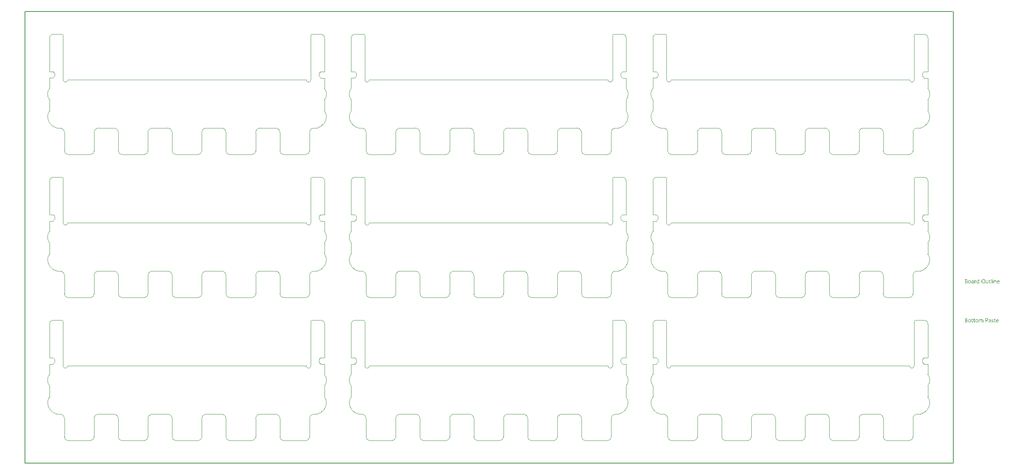
<source format=gbp>
G04*
G04 #@! TF.GenerationSoftware,Altium Limited,Altium Designer,21.9.2 (33)*
G04*
G04 Layer_Color=128*
%FSAX25Y25*%
%MOIN*%
G70*
G04*
G04 #@! TF.SameCoordinates,9AFEED1E-AE17-47F1-92C9-C8DABB606C96*
G04*
G04*
G04 #@! TF.FilePolarity,Positive*
G04*
G01*
G75*
%ADD36C,0.00787*%
%ADD37C,0.00394*%
G36*
X0820469Y0140433D02*
X0820494D01*
X0820549Y0140408D01*
X0820580Y0140390D01*
X0820611Y0140365D01*
X0820617Y0140358D01*
X0820624Y0140352D01*
X0820655Y0140315D01*
X0820679Y0140253D01*
X0820686Y0140216D01*
X0820692Y0140179D01*
Y0140173D01*
Y0140160D01*
X0820686Y0140142D01*
X0820679Y0140117D01*
X0820661Y0140055D01*
X0820636Y0140024D01*
X0820611Y0139993D01*
X0820605D01*
X0820599Y0139981D01*
X0820562Y0139956D01*
X0820506Y0139931D01*
X0820469Y0139925D01*
X0820432Y0139919D01*
X0820413D01*
X0820395Y0139925D01*
X0820370D01*
X0820308Y0139950D01*
X0820277Y0139962D01*
X0820246Y0139987D01*
Y0139993D01*
X0820234Y0139999D01*
X0820221Y0140018D01*
X0820209Y0140037D01*
X0820184Y0140099D01*
X0820178Y0140136D01*
X0820172Y0140179D01*
Y0140185D01*
Y0140198D01*
X0820178Y0140216D01*
X0820184Y0140247D01*
X0820203Y0140303D01*
X0820221Y0140334D01*
X0820246Y0140365D01*
X0820252Y0140371D01*
X0820259Y0140377D01*
X0820296Y0140402D01*
X0820358Y0140427D01*
X0820395Y0140439D01*
X0820450D01*
X0820469Y0140433D01*
D02*
G37*
G36*
X0808479Y0136768D02*
X0808077D01*
Y0137189D01*
X0808064D01*
Y0137183D01*
X0808052Y0137171D01*
X0808033Y0137146D01*
X0808015Y0137115D01*
X0807984Y0137078D01*
X0807947Y0137041D01*
X0807903Y0136997D01*
X0807854Y0136954D01*
X0807798Y0136905D01*
X0807730Y0136861D01*
X0807662Y0136824D01*
X0807581Y0136787D01*
X0807501Y0136756D01*
X0807408Y0136731D01*
X0807309Y0136719D01*
X0807204Y0136713D01*
X0807160D01*
X0807123Y0136719D01*
X0807086Y0136725D01*
X0807037Y0136731D01*
X0806931Y0136756D01*
X0806808Y0136793D01*
X0806684Y0136855D01*
X0806616Y0136892D01*
X0806560Y0136935D01*
X0806498Y0136991D01*
X0806442Y0137047D01*
Y0137053D01*
X0806430Y0137065D01*
X0806418Y0137084D01*
X0806399Y0137109D01*
X0806380Y0137140D01*
X0806356Y0137183D01*
X0806331Y0137233D01*
X0806306Y0137288D01*
X0806275Y0137350D01*
X0806250Y0137418D01*
X0806226Y0137493D01*
X0806207Y0137573D01*
X0806189Y0137660D01*
X0806176Y0137759D01*
X0806170Y0137858D01*
X0806164Y0137963D01*
Y0137969D01*
Y0137988D01*
Y0138025D01*
X0806170Y0138068D01*
X0806176Y0138118D01*
X0806182Y0138180D01*
X0806189Y0138248D01*
X0806201Y0138322D01*
X0806238Y0138483D01*
X0806294Y0138650D01*
X0806331Y0138731D01*
X0806374Y0138811D01*
X0806418Y0138885D01*
X0806473Y0138960D01*
X0806479Y0138966D01*
X0806486Y0138978D01*
X0806504Y0138997D01*
X0806529Y0139022D01*
X0806560Y0139046D01*
X0806603Y0139077D01*
X0806647Y0139114D01*
X0806696Y0139152D01*
X0806820Y0139220D01*
X0806962Y0139281D01*
X0807043Y0139300D01*
X0807129Y0139319D01*
X0807216Y0139331D01*
X0807315Y0139337D01*
X0807365D01*
X0807402Y0139331D01*
X0807439Y0139325D01*
X0807489Y0139319D01*
X0807600Y0139288D01*
X0807724Y0139238D01*
X0807786Y0139207D01*
X0807847Y0139164D01*
X0807909Y0139120D01*
X0807965Y0139065D01*
X0808015Y0139003D01*
X0808064Y0138929D01*
X0808077D01*
Y0140489D01*
X0808479D01*
Y0136768D01*
D02*
G37*
G36*
X0822747Y0139331D02*
X0822821Y0139325D01*
X0822914Y0139306D01*
X0823013Y0139275D01*
X0823118Y0139226D01*
X0823223Y0139158D01*
X0823267Y0139120D01*
X0823310Y0139071D01*
X0823322Y0139059D01*
X0823347Y0139022D01*
X0823378Y0138960D01*
X0823422Y0138873D01*
X0823459Y0138768D01*
X0823496Y0138638D01*
X0823521Y0138483D01*
X0823527Y0138303D01*
Y0136768D01*
X0823124D01*
Y0138198D01*
Y0138204D01*
Y0138235D01*
X0823118Y0138273D01*
Y0138322D01*
X0823106Y0138384D01*
X0823094Y0138452D01*
X0823075Y0138526D01*
X0823050Y0138601D01*
X0823019Y0138675D01*
X0822982Y0138743D01*
X0822933Y0138811D01*
X0822877Y0138873D01*
X0822815Y0138923D01*
X0822735Y0138960D01*
X0822648Y0138990D01*
X0822543Y0138997D01*
X0822530D01*
X0822493Y0138990D01*
X0822437Y0138984D01*
X0822369Y0138966D01*
X0822289Y0138941D01*
X0822202Y0138898D01*
X0822122Y0138842D01*
X0822041Y0138768D01*
X0822035Y0138755D01*
X0822010Y0138731D01*
X0821979Y0138681D01*
X0821942Y0138613D01*
X0821905Y0138532D01*
X0821874Y0138433D01*
X0821849Y0138322D01*
X0821843Y0138198D01*
Y0136768D01*
X0821441D01*
Y0139281D01*
X0821843D01*
Y0138860D01*
X0821856D01*
X0821862Y0138867D01*
X0821868Y0138879D01*
X0821886Y0138904D01*
X0821911Y0138935D01*
X0821936Y0138972D01*
X0821973Y0139009D01*
X0822016Y0139052D01*
X0822066Y0139102D01*
X0822122Y0139145D01*
X0822184Y0139189D01*
X0822252Y0139226D01*
X0822326Y0139263D01*
X0822400Y0139294D01*
X0822487Y0139319D01*
X0822580Y0139331D01*
X0822679Y0139337D01*
X0822716D01*
X0822747Y0139331D01*
D02*
G37*
G36*
X0805749Y0139319D02*
X0805823Y0139312D01*
X0805867Y0139300D01*
X0805898Y0139288D01*
Y0138873D01*
X0805892Y0138879D01*
X0805879Y0138885D01*
X0805854Y0138898D01*
X0805823Y0138916D01*
X0805780Y0138929D01*
X0805724Y0138941D01*
X0805662Y0138947D01*
X0805594Y0138953D01*
X0805582D01*
X0805551Y0138947D01*
X0805501Y0138941D01*
X0805446Y0138923D01*
X0805371Y0138891D01*
X0805303Y0138848D01*
X0805229Y0138786D01*
X0805161Y0138706D01*
X0805155Y0138693D01*
X0805136Y0138663D01*
X0805105Y0138607D01*
X0805074Y0138532D01*
X0805044Y0138440D01*
X0805013Y0138322D01*
X0804994Y0138192D01*
X0804988Y0138043D01*
Y0136768D01*
X0804585D01*
Y0139281D01*
X0804988D01*
Y0138761D01*
X0805000D01*
Y0138768D01*
X0805006Y0138774D01*
X0805019Y0138805D01*
X0805037Y0138854D01*
X0805068Y0138916D01*
X0805099Y0138978D01*
X0805149Y0139046D01*
X0805198Y0139114D01*
X0805260Y0139176D01*
X0805266Y0139182D01*
X0805291Y0139201D01*
X0805328Y0139226D01*
X0805378Y0139251D01*
X0805433Y0139275D01*
X0805501Y0139300D01*
X0805576Y0139319D01*
X0805656Y0139325D01*
X0805712D01*
X0805749Y0139319D01*
D02*
G37*
G36*
X0816489Y0136768D02*
X0816086D01*
Y0137164D01*
X0816074D01*
Y0137158D01*
X0816062Y0137146D01*
X0816049Y0137121D01*
X0816024Y0137096D01*
X0815969Y0137022D01*
X0815882Y0136942D01*
X0815833Y0136898D01*
X0815777Y0136855D01*
X0815715Y0136818D01*
X0815641Y0136781D01*
X0815566Y0136756D01*
X0815486Y0136731D01*
X0815393Y0136719D01*
X0815300Y0136713D01*
X0815263D01*
X0815220Y0136719D01*
X0815158Y0136731D01*
X0815090Y0136744D01*
X0815016Y0136768D01*
X0814935Y0136799D01*
X0814855Y0136849D01*
X0814768Y0136905D01*
X0814688Y0136973D01*
X0814613Y0137059D01*
X0814545Y0137164D01*
X0814483Y0137282D01*
X0814440Y0137425D01*
X0814415Y0137592D01*
X0814403Y0137678D01*
Y0137777D01*
Y0139281D01*
X0814799D01*
Y0137839D01*
Y0137833D01*
Y0137808D01*
X0814805Y0137765D01*
X0814811Y0137715D01*
X0814818Y0137654D01*
X0814830Y0137592D01*
X0814848Y0137517D01*
X0814873Y0137443D01*
X0814910Y0137369D01*
X0814948Y0137301D01*
X0814997Y0137233D01*
X0815059Y0137171D01*
X0815127Y0137121D01*
X0815207Y0137084D01*
X0815306Y0137053D01*
X0815412Y0137047D01*
X0815424D01*
X0815461Y0137053D01*
X0815517Y0137059D01*
X0815579Y0137072D01*
X0815659Y0137103D01*
X0815740Y0137140D01*
X0815820Y0137189D01*
X0815895Y0137264D01*
X0815901Y0137276D01*
X0815926Y0137301D01*
X0815956Y0137350D01*
X0815994Y0137418D01*
X0816024Y0137499D01*
X0816055Y0137598D01*
X0816080Y0137709D01*
X0816086Y0137833D01*
Y0139281D01*
X0816489D01*
Y0136768D01*
D02*
G37*
G36*
X0820624D02*
X0820221D01*
Y0139281D01*
X0820624D01*
Y0136768D01*
D02*
G37*
G36*
X0819404D02*
X0819002D01*
Y0140489D01*
X0819404D01*
Y0136768D01*
D02*
G37*
G36*
X0803026Y0139331D02*
X0803081Y0139325D01*
X0803149Y0139306D01*
X0803224Y0139288D01*
X0803304Y0139257D01*
X0803391Y0139220D01*
X0803471Y0139170D01*
X0803552Y0139108D01*
X0803626Y0139034D01*
X0803694Y0138941D01*
X0803750Y0138836D01*
X0803793Y0138712D01*
X0803818Y0138570D01*
X0803830Y0138402D01*
Y0136768D01*
X0803428D01*
Y0137158D01*
X0803415D01*
Y0137152D01*
X0803403Y0137140D01*
X0803391Y0137115D01*
X0803366Y0137090D01*
X0803304Y0137016D01*
X0803224Y0136935D01*
X0803112Y0136855D01*
X0802982Y0136781D01*
X0802902Y0136756D01*
X0802821Y0136731D01*
X0802735Y0136719D01*
X0802642Y0136713D01*
X0802605D01*
X0802580Y0136719D01*
X0802512Y0136725D01*
X0802431Y0136737D01*
X0802332Y0136762D01*
X0802239Y0136793D01*
X0802140Y0136843D01*
X0802054Y0136905D01*
X0802048Y0136917D01*
X0802023Y0136942D01*
X0801986Y0136985D01*
X0801948Y0137047D01*
X0801911Y0137121D01*
X0801874Y0137208D01*
X0801849Y0137313D01*
X0801843Y0137431D01*
Y0137437D01*
Y0137462D01*
X0801849Y0137499D01*
X0801856Y0137542D01*
X0801868Y0137598D01*
X0801886Y0137660D01*
X0801911Y0137728D01*
X0801948Y0137796D01*
X0801992Y0137870D01*
X0802048Y0137944D01*
X0802116Y0138013D01*
X0802196Y0138074D01*
X0802289Y0138136D01*
X0802400Y0138186D01*
X0802524Y0138223D01*
X0802673Y0138254D01*
X0803428Y0138359D01*
Y0138365D01*
Y0138384D01*
X0803422Y0138421D01*
Y0138458D01*
X0803409Y0138508D01*
X0803403Y0138563D01*
X0803366Y0138681D01*
X0803335Y0138737D01*
X0803304Y0138793D01*
X0803261Y0138848D01*
X0803211Y0138898D01*
X0803149Y0138941D01*
X0803081Y0138972D01*
X0803001Y0138990D01*
X0802908Y0138997D01*
X0802865D01*
X0802834Y0138990D01*
X0802790D01*
X0802747Y0138978D01*
X0802635Y0138960D01*
X0802512Y0138923D01*
X0802376Y0138867D01*
X0802301Y0138830D01*
X0802233Y0138793D01*
X0802159Y0138743D01*
X0802091Y0138687D01*
Y0139102D01*
X0802097D01*
X0802109Y0139114D01*
X0802128Y0139127D01*
X0802159Y0139139D01*
X0802190Y0139158D01*
X0802233Y0139176D01*
X0802283Y0139195D01*
X0802338Y0139220D01*
X0802462Y0139263D01*
X0802611Y0139300D01*
X0802772Y0139325D01*
X0802945Y0139337D01*
X0802982D01*
X0803026Y0139331D01*
D02*
G37*
G36*
X0797337Y0140278D02*
X0797380D01*
X0797424Y0140272D01*
X0797523Y0140260D01*
X0797640Y0140228D01*
X0797764Y0140191D01*
X0797882Y0140136D01*
X0797987Y0140061D01*
X0797993D01*
X0797999Y0140049D01*
X0798030Y0140024D01*
X0798073Y0139975D01*
X0798123Y0139907D01*
X0798166Y0139820D01*
X0798210Y0139721D01*
X0798241Y0139610D01*
X0798253Y0139548D01*
Y0139479D01*
Y0139473D01*
Y0139467D01*
Y0139430D01*
X0798247Y0139374D01*
X0798235Y0139306D01*
X0798216Y0139220D01*
X0798185Y0139133D01*
X0798148Y0139046D01*
X0798092Y0138960D01*
X0798086Y0138947D01*
X0798061Y0138923D01*
X0798024Y0138885D01*
X0797974Y0138836D01*
X0797913Y0138786D01*
X0797838Y0138731D01*
X0797745Y0138687D01*
X0797646Y0138644D01*
Y0138638D01*
X0797665D01*
X0797683Y0138631D01*
X0797702Y0138625D01*
X0797770Y0138613D01*
X0797851Y0138588D01*
X0797937Y0138551D01*
X0798030Y0138508D01*
X0798123Y0138446D01*
X0798210Y0138365D01*
X0798222Y0138353D01*
X0798247Y0138322D01*
X0798278Y0138279D01*
X0798321Y0138211D01*
X0798358Y0138124D01*
X0798395Y0138025D01*
X0798420Y0137907D01*
X0798426Y0137777D01*
Y0137771D01*
Y0137759D01*
Y0137734D01*
X0798420Y0137703D01*
X0798414Y0137666D01*
X0798408Y0137623D01*
X0798383Y0137517D01*
X0798346Y0137400D01*
X0798290Y0137276D01*
X0798253Y0137220D01*
X0798210Y0137158D01*
X0798154Y0137103D01*
X0798098Y0137047D01*
X0798092D01*
X0798086Y0137034D01*
X0798067Y0137022D01*
X0798043Y0137004D01*
X0798012Y0136985D01*
X0797968Y0136960D01*
X0797875Y0136911D01*
X0797758Y0136855D01*
X0797622Y0136812D01*
X0797461Y0136781D01*
X0797380Y0136775D01*
X0797287Y0136768D01*
X0796260D01*
Y0140284D01*
X0797306D01*
X0797337Y0140278D01*
D02*
G37*
G36*
X0817832Y0139281D02*
X0818470D01*
Y0138935D01*
X0817832D01*
Y0137517D01*
Y0137505D01*
Y0137474D01*
X0817838Y0137431D01*
X0817844Y0137375D01*
X0817869Y0137257D01*
X0817888Y0137202D01*
X0817919Y0137158D01*
X0817925Y0137152D01*
X0817937Y0137140D01*
X0817956Y0137127D01*
X0817987Y0137109D01*
X0818024Y0137084D01*
X0818073Y0137072D01*
X0818135Y0137059D01*
X0818203Y0137053D01*
X0818228D01*
X0818259Y0137059D01*
X0818296Y0137065D01*
X0818383Y0137090D01*
X0818426Y0137109D01*
X0818470Y0137134D01*
Y0136787D01*
X0818463D01*
X0818445Y0136775D01*
X0818414Y0136768D01*
X0818371Y0136756D01*
X0818315Y0136744D01*
X0818253Y0136731D01*
X0818179Y0136725D01*
X0818092Y0136719D01*
X0818061D01*
X0818030Y0136725D01*
X0817987Y0136731D01*
X0817937Y0136744D01*
X0817881Y0136756D01*
X0817826Y0136781D01*
X0817764Y0136812D01*
X0817702Y0136849D01*
X0817640Y0136898D01*
X0817584Y0136954D01*
X0817535Y0137028D01*
X0817492Y0137109D01*
X0817461Y0137208D01*
X0817436Y0137319D01*
X0817430Y0137449D01*
Y0138935D01*
X0817002D01*
Y0139281D01*
X0817430D01*
Y0139894D01*
X0817832Y0140024D01*
Y0139281D01*
D02*
G37*
G36*
X0825359Y0139331D02*
X0825402Y0139325D01*
X0825446Y0139319D01*
X0825557Y0139300D01*
X0825681Y0139257D01*
X0825805Y0139201D01*
X0825867Y0139164D01*
X0825928Y0139120D01*
X0825984Y0139071D01*
X0826040Y0139015D01*
X0826046Y0139009D01*
X0826052Y0139003D01*
X0826065Y0138984D01*
X0826083Y0138960D01*
X0826102Y0138923D01*
X0826127Y0138885D01*
X0826151Y0138842D01*
X0826176Y0138786D01*
X0826201Y0138724D01*
X0826226Y0138663D01*
X0826250Y0138588D01*
X0826269Y0138508D01*
X0826287Y0138421D01*
X0826300Y0138334D01*
X0826312Y0138235D01*
Y0138130D01*
Y0137920D01*
X0824536D01*
Y0137914D01*
Y0137901D01*
Y0137882D01*
X0824542Y0137852D01*
X0824548Y0137814D01*
Y0137777D01*
X0824567Y0137678D01*
X0824598Y0137579D01*
X0824635Y0137468D01*
X0824691Y0137363D01*
X0824759Y0137270D01*
X0824771Y0137257D01*
X0824796Y0137233D01*
X0824845Y0137202D01*
X0824913Y0137158D01*
X0825000Y0137115D01*
X0825099Y0137084D01*
X0825217Y0137059D01*
X0825353Y0137047D01*
X0825396D01*
X0825427Y0137053D01*
X0825464D01*
X0825508Y0137059D01*
X0825613Y0137084D01*
X0825730Y0137115D01*
X0825860Y0137164D01*
X0825997Y0137233D01*
X0826065Y0137276D01*
X0826133Y0137325D01*
Y0136948D01*
X0826127D01*
X0826120Y0136935D01*
X0826102Y0136929D01*
X0826071Y0136911D01*
X0826040Y0136892D01*
X0826003Y0136874D01*
X0825953Y0136855D01*
X0825904Y0136830D01*
X0825842Y0136805D01*
X0825774Y0136787D01*
X0825625Y0136750D01*
X0825452Y0136725D01*
X0825260Y0136713D01*
X0825210D01*
X0825173Y0136719D01*
X0825130Y0136725D01*
X0825074Y0136731D01*
X0824957Y0136756D01*
X0824821Y0136793D01*
X0824684Y0136855D01*
X0824616Y0136898D01*
X0824548Y0136942D01*
X0824486Y0136991D01*
X0824424Y0137053D01*
X0824418Y0137059D01*
X0824412Y0137072D01*
X0824400Y0137090D01*
X0824375Y0137115D01*
X0824356Y0137152D01*
X0824331Y0137195D01*
X0824300Y0137245D01*
X0824276Y0137301D01*
X0824245Y0137363D01*
X0824220Y0137437D01*
X0824189Y0137517D01*
X0824171Y0137604D01*
X0824152Y0137697D01*
X0824133Y0137796D01*
X0824127Y0137901D01*
X0824121Y0138013D01*
Y0138019D01*
Y0138037D01*
Y0138068D01*
X0824127Y0138112D01*
X0824133Y0138161D01*
X0824140Y0138217D01*
X0824146Y0138285D01*
X0824164Y0138353D01*
X0824201Y0138502D01*
X0824257Y0138663D01*
X0824294Y0138743D01*
X0824344Y0138817D01*
X0824393Y0138898D01*
X0824449Y0138966D01*
X0824455Y0138972D01*
X0824468Y0138984D01*
X0824486Y0139003D01*
X0824511Y0139022D01*
X0824542Y0139052D01*
X0824579Y0139083D01*
X0824629Y0139114D01*
X0824678Y0139152D01*
X0824796Y0139220D01*
X0824938Y0139281D01*
X0825019Y0139300D01*
X0825099Y0139319D01*
X0825186Y0139331D01*
X0825279Y0139337D01*
X0825328D01*
X0825359Y0139331D01*
D02*
G37*
G36*
X0812317Y0140340D02*
X0812379Y0140334D01*
X0812453Y0140321D01*
X0812533Y0140303D01*
X0812620Y0140284D01*
X0812707Y0140260D01*
X0812806Y0140228D01*
X0812899Y0140185D01*
X0812998Y0140136D01*
X0813097Y0140080D01*
X0813190Y0140012D01*
X0813282Y0139938D01*
X0813369Y0139851D01*
X0813375Y0139845D01*
X0813388Y0139826D01*
X0813412Y0139801D01*
X0813437Y0139764D01*
X0813474Y0139715D01*
X0813511Y0139653D01*
X0813548Y0139585D01*
X0813592Y0139511D01*
X0813635Y0139418D01*
X0813672Y0139325D01*
X0813710Y0139220D01*
X0813747Y0139102D01*
X0813771Y0138984D01*
X0813796Y0138854D01*
X0813809Y0138712D01*
X0813815Y0138570D01*
Y0138557D01*
Y0138532D01*
Y0138489D01*
X0813809Y0138427D01*
X0813802Y0138353D01*
X0813790Y0138273D01*
X0813778Y0138180D01*
X0813759Y0138074D01*
X0813734Y0137969D01*
X0813703Y0137858D01*
X0813666Y0137746D01*
X0813623Y0137635D01*
X0813567Y0137517D01*
X0813505Y0137412D01*
X0813437Y0137307D01*
X0813357Y0137208D01*
X0813350Y0137202D01*
X0813338Y0137189D01*
X0813307Y0137164D01*
X0813276Y0137134D01*
X0813227Y0137090D01*
X0813171Y0137053D01*
X0813109Y0137004D01*
X0813035Y0136960D01*
X0812954Y0136917D01*
X0812861Y0136867D01*
X0812762Y0136830D01*
X0812651Y0136793D01*
X0812533Y0136756D01*
X0812410Y0136731D01*
X0812280Y0136719D01*
X0812137Y0136713D01*
X0812106D01*
X0812063Y0136719D01*
X0812013D01*
X0811952Y0136725D01*
X0811877Y0136737D01*
X0811797Y0136756D01*
X0811704Y0136775D01*
X0811611Y0136799D01*
X0811512Y0136830D01*
X0811413Y0136874D01*
X0811314Y0136917D01*
X0811215Y0136973D01*
X0811116Y0137041D01*
X0811023Y0137115D01*
X0810936Y0137202D01*
X0810930Y0137208D01*
X0810918Y0137226D01*
X0810893Y0137251D01*
X0810868Y0137288D01*
X0810831Y0137338D01*
X0810794Y0137400D01*
X0810757Y0137468D01*
X0810713Y0137548D01*
X0810670Y0137635D01*
X0810633Y0137728D01*
X0810596Y0137833D01*
X0810559Y0137951D01*
X0810534Y0138068D01*
X0810509Y0138198D01*
X0810497Y0138341D01*
X0810491Y0138483D01*
Y0138495D01*
Y0138520D01*
X0810497Y0138563D01*
Y0138625D01*
X0810503Y0138693D01*
X0810515Y0138780D01*
X0810528Y0138873D01*
X0810546Y0138972D01*
X0810571Y0139077D01*
X0810602Y0139189D01*
X0810639Y0139300D01*
X0810682Y0139411D01*
X0810738Y0139523D01*
X0810800Y0139634D01*
X0810868Y0139740D01*
X0810949Y0139839D01*
X0810955Y0139845D01*
X0810967Y0139863D01*
X0810998Y0139888D01*
X0811035Y0139919D01*
X0811079Y0139956D01*
X0811134Y0139999D01*
X0811203Y0140043D01*
X0811277Y0140092D01*
X0811363Y0140142D01*
X0811456Y0140185D01*
X0811555Y0140228D01*
X0811667Y0140266D01*
X0811790Y0140297D01*
X0811921Y0140328D01*
X0812057Y0140340D01*
X0812199Y0140346D01*
X0812267D01*
X0812317Y0140340D01*
D02*
G37*
G36*
X0800290Y0139331D02*
X0800333Y0139325D01*
X0800389Y0139319D01*
X0800512Y0139294D01*
X0800655Y0139251D01*
X0800797Y0139189D01*
X0800871Y0139152D01*
X0800939Y0139108D01*
X0801008Y0139052D01*
X0801070Y0138990D01*
X0801076Y0138984D01*
X0801082Y0138972D01*
X0801100Y0138953D01*
X0801119Y0138929D01*
X0801144Y0138891D01*
X0801169Y0138848D01*
X0801200Y0138799D01*
X0801230Y0138743D01*
X0801255Y0138675D01*
X0801286Y0138607D01*
X0801311Y0138526D01*
X0801336Y0138440D01*
X0801354Y0138347D01*
X0801373Y0138248D01*
X0801379Y0138143D01*
X0801385Y0138031D01*
Y0138025D01*
Y0138006D01*
Y0137975D01*
X0801379Y0137932D01*
X0801373Y0137882D01*
X0801367Y0137821D01*
X0801354Y0137759D01*
X0801342Y0137684D01*
X0801305Y0137536D01*
X0801243Y0137375D01*
X0801206Y0137294D01*
X0801156Y0137214D01*
X0801107Y0137140D01*
X0801045Y0137072D01*
X0801038Y0137065D01*
X0801026Y0137059D01*
X0801008Y0137041D01*
X0800983Y0137016D01*
X0800946Y0136991D01*
X0800908Y0136960D01*
X0800859Y0136923D01*
X0800803Y0136892D01*
X0800741Y0136861D01*
X0800673Y0136824D01*
X0800599Y0136793D01*
X0800519Y0136768D01*
X0800432Y0136744D01*
X0800339Y0136731D01*
X0800240Y0136719D01*
X0800135Y0136713D01*
X0800079D01*
X0800042Y0136719D01*
X0799999Y0136725D01*
X0799943Y0136731D01*
X0799881Y0136744D01*
X0799813Y0136756D01*
X0799671Y0136799D01*
X0799522Y0136861D01*
X0799448Y0136898D01*
X0799380Y0136948D01*
X0799311Y0136997D01*
X0799243Y0137059D01*
X0799237Y0137065D01*
X0799231Y0137078D01*
X0799213Y0137096D01*
X0799194Y0137121D01*
X0799169Y0137158D01*
X0799138Y0137202D01*
X0799107Y0137251D01*
X0799083Y0137307D01*
X0799052Y0137375D01*
X0799021Y0137443D01*
X0798990Y0137517D01*
X0798965Y0137604D01*
X0798928Y0137790D01*
X0798921Y0137889D01*
X0798915Y0137994D01*
Y0138000D01*
Y0138025D01*
Y0138056D01*
X0798921Y0138099D01*
X0798928Y0138149D01*
X0798934Y0138211D01*
X0798946Y0138279D01*
X0798959Y0138353D01*
X0798996Y0138514D01*
X0799058Y0138675D01*
X0799101Y0138755D01*
X0799144Y0138836D01*
X0799194Y0138910D01*
X0799256Y0138978D01*
X0799262Y0138984D01*
X0799274Y0138997D01*
X0799293Y0139009D01*
X0799318Y0139034D01*
X0799355Y0139059D01*
X0799398Y0139090D01*
X0799448Y0139127D01*
X0799503Y0139158D01*
X0799565Y0139189D01*
X0799640Y0139226D01*
X0799714Y0139257D01*
X0799800Y0139281D01*
X0799887Y0139306D01*
X0799986Y0139325D01*
X0800091Y0139331D01*
X0800197Y0139337D01*
X0800252D01*
X0800290Y0139331D01*
D02*
G37*
G36*
X0820389Y0105473D02*
X0820469Y0105466D01*
X0820556Y0105454D01*
X0820655Y0105429D01*
X0820754Y0105405D01*
X0820853Y0105368D01*
Y0104959D01*
X0820840Y0104965D01*
X0820803Y0104990D01*
X0820747Y0105015D01*
X0820673Y0105052D01*
X0820580Y0105083D01*
X0820469Y0105114D01*
X0820345Y0105132D01*
X0820215Y0105139D01*
X0820147D01*
X0820085Y0105126D01*
X0820011Y0105114D01*
X0820005D01*
X0819998Y0105107D01*
X0819961Y0105095D01*
X0819912Y0105070D01*
X0819856Y0105039D01*
X0819844Y0105033D01*
X0819819Y0105008D01*
X0819788Y0104971D01*
X0819757Y0104928D01*
X0819751Y0104916D01*
X0819738Y0104885D01*
X0819726Y0104841D01*
X0819720Y0104786D01*
Y0104779D01*
Y0104767D01*
Y0104748D01*
X0819726Y0104730D01*
X0819738Y0104674D01*
X0819757Y0104619D01*
X0819763Y0104606D01*
X0819782Y0104581D01*
X0819819Y0104544D01*
X0819862Y0104501D01*
X0819868D01*
X0819875Y0104495D01*
X0819912Y0104470D01*
X0819961Y0104439D01*
X0820029Y0104408D01*
X0820036D01*
X0820048Y0104402D01*
X0820067Y0104396D01*
X0820098Y0104383D01*
X0820166Y0104358D01*
X0820252Y0104321D01*
X0820259D01*
X0820283Y0104309D01*
X0820314Y0104297D01*
X0820351Y0104284D01*
X0820450Y0104241D01*
X0820549Y0104191D01*
X0820556D01*
X0820574Y0104179D01*
X0820599Y0104167D01*
X0820630Y0104148D01*
X0820704Y0104098D01*
X0820778Y0104037D01*
X0820785Y0104030D01*
X0820797Y0104024D01*
X0820809Y0104006D01*
X0820834Y0103981D01*
X0820877Y0103919D01*
X0820921Y0103839D01*
Y0103832D01*
X0820927Y0103820D01*
X0820939Y0103795D01*
X0820946Y0103764D01*
X0820958Y0103727D01*
X0820964Y0103684D01*
X0820970Y0103579D01*
Y0103572D01*
Y0103548D01*
X0820964Y0103510D01*
X0820958Y0103467D01*
X0820952Y0103418D01*
X0820933Y0103362D01*
X0820915Y0103312D01*
X0820884Y0103257D01*
X0820877Y0103251D01*
X0820871Y0103232D01*
X0820853Y0103207D01*
X0820828Y0103176D01*
X0820797Y0103139D01*
X0820760Y0103102D01*
X0820667Y0103028D01*
X0820661Y0103022D01*
X0820642Y0103015D01*
X0820617Y0102997D01*
X0820574Y0102978D01*
X0820531Y0102953D01*
X0820475Y0102935D01*
X0820419Y0102916D01*
X0820351Y0102898D01*
X0820345D01*
X0820320Y0102892D01*
X0820283Y0102885D01*
X0820240Y0102879D01*
X0820178Y0102867D01*
X0820116Y0102860D01*
X0819974Y0102854D01*
X0819912D01*
X0819838Y0102860D01*
X0819745Y0102873D01*
X0819639Y0102892D01*
X0819528Y0102916D01*
X0819417Y0102947D01*
X0819305Y0102997D01*
Y0103430D01*
X0819311D01*
X0819318Y0103418D01*
X0819336Y0103405D01*
X0819361Y0103393D01*
X0819429Y0103356D01*
X0819522Y0103312D01*
X0819627Y0103263D01*
X0819751Y0103226D01*
X0819887Y0103201D01*
X0820029Y0103189D01*
X0820079D01*
X0820110Y0103195D01*
X0820197Y0103207D01*
X0820296Y0103232D01*
X0820389Y0103275D01*
X0820432Y0103306D01*
X0820475Y0103337D01*
X0820506Y0103381D01*
X0820531Y0103424D01*
X0820549Y0103480D01*
X0820556Y0103541D01*
Y0103548D01*
Y0103560D01*
Y0103579D01*
X0820549Y0103597D01*
X0820537Y0103653D01*
X0820512Y0103709D01*
Y0103715D01*
X0820506Y0103721D01*
X0820481Y0103752D01*
X0820444Y0103795D01*
X0820389Y0103832D01*
X0820382D01*
X0820376Y0103845D01*
X0820339Y0103863D01*
X0820283Y0103901D01*
X0820209Y0103931D01*
X0820203D01*
X0820190Y0103938D01*
X0820172Y0103950D01*
X0820141Y0103962D01*
X0820073Y0103987D01*
X0819986Y0104024D01*
X0819980D01*
X0819955Y0104037D01*
X0819924Y0104049D01*
X0819887Y0104061D01*
X0819788Y0104105D01*
X0819689Y0104154D01*
X0819683Y0104160D01*
X0819670Y0104167D01*
X0819646Y0104179D01*
X0819615Y0104198D01*
X0819547Y0104247D01*
X0819479Y0104303D01*
X0819472Y0104309D01*
X0819466Y0104315D01*
X0819448Y0104334D01*
X0819429Y0104358D01*
X0819386Y0104420D01*
X0819349Y0104495D01*
Y0104501D01*
X0819342Y0104513D01*
X0819336Y0104538D01*
X0819330Y0104569D01*
X0819324Y0104606D01*
X0819318Y0104649D01*
X0819311Y0104755D01*
Y0104761D01*
Y0104786D01*
X0819318Y0104817D01*
X0819324Y0104860D01*
X0819330Y0104909D01*
X0819349Y0104959D01*
X0819367Y0105015D01*
X0819392Y0105064D01*
X0819398Y0105070D01*
X0819404Y0105089D01*
X0819423Y0105114D01*
X0819448Y0105145D01*
X0819516Y0105219D01*
X0819602Y0105293D01*
X0819608Y0105299D01*
X0819627Y0105306D01*
X0819652Y0105324D01*
X0819695Y0105343D01*
X0819738Y0105368D01*
X0819788Y0105392D01*
X0819912Y0105429D01*
X0819918D01*
X0819943Y0105436D01*
X0819974Y0105448D01*
X0820023Y0105454D01*
X0820073Y0105466D01*
X0820135Y0105473D01*
X0820271Y0105479D01*
X0820327D01*
X0820389Y0105473D01*
D02*
G37*
G36*
X0811196D02*
X0811252Y0105460D01*
X0811314Y0105448D01*
X0811382Y0105423D01*
X0811462Y0105392D01*
X0811537Y0105349D01*
X0811617Y0105299D01*
X0811691Y0105231D01*
X0811760Y0105145D01*
X0811821Y0105046D01*
X0811877Y0104934D01*
X0811914Y0104792D01*
X0811945Y0104637D01*
X0811952Y0104458D01*
Y0102910D01*
X0811549D01*
Y0104352D01*
Y0104358D01*
Y0104371D01*
Y0104390D01*
Y0104420D01*
X0811543Y0104495D01*
X0811531Y0104581D01*
X0811518Y0104680D01*
X0811493Y0104779D01*
X0811462Y0104872D01*
X0811419Y0104953D01*
X0811413Y0104959D01*
X0811394Y0104984D01*
X0811363Y0105015D01*
X0811314Y0105046D01*
X0811258Y0105083D01*
X0811184Y0105107D01*
X0811091Y0105132D01*
X0810986Y0105139D01*
X0810973D01*
X0810942Y0105132D01*
X0810893Y0105126D01*
X0810831Y0105107D01*
X0810763Y0105083D01*
X0810689Y0105039D01*
X0810614Y0104984D01*
X0810546Y0104903D01*
X0810540Y0104891D01*
X0810522Y0104860D01*
X0810491Y0104810D01*
X0810460Y0104742D01*
X0810423Y0104662D01*
X0810398Y0104569D01*
X0810373Y0104458D01*
X0810367Y0104340D01*
Y0102910D01*
X0809964D01*
Y0104402D01*
Y0104408D01*
Y0104433D01*
X0809958Y0104470D01*
Y0104519D01*
X0809946Y0104575D01*
X0809934Y0104637D01*
X0809915Y0104699D01*
X0809896Y0104773D01*
X0809865Y0104841D01*
X0809828Y0104903D01*
X0809779Y0104965D01*
X0809723Y0105021D01*
X0809661Y0105070D01*
X0809581Y0105107D01*
X0809494Y0105132D01*
X0809395Y0105139D01*
X0809383D01*
X0809352Y0105132D01*
X0809302Y0105126D01*
X0809240Y0105114D01*
X0809172Y0105083D01*
X0809098Y0105046D01*
X0809024Y0104990D01*
X0808955Y0104916D01*
X0808949Y0104903D01*
X0808931Y0104878D01*
X0808900Y0104829D01*
X0808869Y0104761D01*
X0808838Y0104680D01*
X0808807Y0104581D01*
X0808788Y0104470D01*
X0808782Y0104340D01*
Y0102910D01*
X0808380D01*
Y0105423D01*
X0808782D01*
Y0105021D01*
X0808795D01*
X0808801Y0105027D01*
X0808807Y0105039D01*
X0808825Y0105064D01*
X0808844Y0105095D01*
X0808906Y0105163D01*
X0808993Y0105250D01*
X0809104Y0105336D01*
X0809234Y0105405D01*
X0809315Y0105436D01*
X0809395Y0105460D01*
X0809482Y0105473D01*
X0809575Y0105479D01*
X0809618D01*
X0809667Y0105473D01*
X0809729Y0105460D01*
X0809797Y0105442D01*
X0809872Y0105417D01*
X0809946Y0105386D01*
X0810020Y0105336D01*
X0810026Y0105330D01*
X0810051Y0105312D01*
X0810082Y0105281D01*
X0810125Y0105237D01*
X0810169Y0105182D01*
X0810212Y0105120D01*
X0810255Y0105046D01*
X0810286Y0104959D01*
X0810293Y0104965D01*
X0810299Y0104984D01*
X0810317Y0105008D01*
X0810336Y0105039D01*
X0810367Y0105083D01*
X0810404Y0105126D01*
X0810447Y0105169D01*
X0810497Y0105219D01*
X0810553Y0105269D01*
X0810614Y0105312D01*
X0810682Y0105361D01*
X0810757Y0105398D01*
X0810837Y0105429D01*
X0810924Y0105454D01*
X0811023Y0105473D01*
X0811122Y0105479D01*
X0811159D01*
X0811196Y0105473D01*
D02*
G37*
G36*
X0817894D02*
X0817950Y0105466D01*
X0818018Y0105448D01*
X0818092Y0105429D01*
X0818172Y0105398D01*
X0818259Y0105361D01*
X0818340Y0105312D01*
X0818420Y0105250D01*
X0818494Y0105176D01*
X0818562Y0105083D01*
X0818618Y0104978D01*
X0818661Y0104854D01*
X0818686Y0104711D01*
X0818699Y0104544D01*
Y0102910D01*
X0818296D01*
Y0103300D01*
X0818284D01*
Y0103294D01*
X0818272Y0103281D01*
X0818259Y0103257D01*
X0818234Y0103232D01*
X0818172Y0103158D01*
X0818092Y0103077D01*
X0817981Y0102997D01*
X0817851Y0102922D01*
X0817770Y0102898D01*
X0817690Y0102873D01*
X0817603Y0102860D01*
X0817510Y0102854D01*
X0817473D01*
X0817448Y0102860D01*
X0817380Y0102867D01*
X0817300Y0102879D01*
X0817201Y0102904D01*
X0817108Y0102935D01*
X0817009Y0102984D01*
X0816922Y0103046D01*
X0816916Y0103059D01*
X0816891Y0103083D01*
X0816854Y0103127D01*
X0816817Y0103189D01*
X0816780Y0103263D01*
X0816743Y0103349D01*
X0816718Y0103455D01*
X0816712Y0103572D01*
Y0103579D01*
Y0103603D01*
X0816718Y0103640D01*
X0816724Y0103684D01*
X0816736Y0103740D01*
X0816755Y0103801D01*
X0816780Y0103869D01*
X0816817Y0103938D01*
X0816860Y0104012D01*
X0816916Y0104086D01*
X0816984Y0104154D01*
X0817064Y0104216D01*
X0817157Y0104278D01*
X0817269Y0104328D01*
X0817393Y0104365D01*
X0817541Y0104396D01*
X0818296Y0104501D01*
Y0104507D01*
Y0104526D01*
X0818290Y0104563D01*
Y0104600D01*
X0818278Y0104649D01*
X0818272Y0104705D01*
X0818234Y0104823D01*
X0818203Y0104878D01*
X0818172Y0104934D01*
X0818129Y0104990D01*
X0818080Y0105039D01*
X0818018Y0105083D01*
X0817950Y0105114D01*
X0817869Y0105132D01*
X0817776Y0105139D01*
X0817733D01*
X0817702Y0105132D01*
X0817659D01*
X0817615Y0105120D01*
X0817504Y0105101D01*
X0817380Y0105064D01*
X0817244Y0105008D01*
X0817170Y0104971D01*
X0817102Y0104934D01*
X0817027Y0104885D01*
X0816959Y0104829D01*
Y0105244D01*
X0816965D01*
X0816978Y0105256D01*
X0816996Y0105269D01*
X0817027Y0105281D01*
X0817058Y0105299D01*
X0817102Y0105318D01*
X0817151Y0105336D01*
X0817207Y0105361D01*
X0817331Y0105405D01*
X0817479Y0105442D01*
X0817640Y0105466D01*
X0817813Y0105479D01*
X0817851D01*
X0817894Y0105473D01*
D02*
G37*
G36*
X0815195Y0106420D02*
X0815245D01*
X0815294Y0106414D01*
X0815424Y0106389D01*
X0815560Y0106358D01*
X0815709Y0106308D01*
X0815851Y0106240D01*
X0815913Y0106197D01*
X0815975Y0106147D01*
X0815981D01*
X0815987Y0106135D01*
X0816006Y0106116D01*
X0816024Y0106098D01*
X0816074Y0106036D01*
X0816136Y0105949D01*
X0816192Y0105838D01*
X0816241Y0105708D01*
X0816278Y0105553D01*
X0816284Y0105466D01*
X0816291Y0105374D01*
Y0105368D01*
Y0105349D01*
Y0105324D01*
X0816284Y0105293D01*
X0816278Y0105250D01*
X0816272Y0105200D01*
X0816247Y0105083D01*
X0816204Y0104953D01*
X0816142Y0104817D01*
X0816105Y0104748D01*
X0816062Y0104680D01*
X0816006Y0104612D01*
X0815944Y0104550D01*
X0815938Y0104544D01*
X0815926Y0104538D01*
X0815907Y0104519D01*
X0815882Y0104501D01*
X0815845Y0104476D01*
X0815802Y0104451D01*
X0815752Y0104420D01*
X0815696Y0104396D01*
X0815635Y0104365D01*
X0815566Y0104334D01*
X0815486Y0104309D01*
X0815405Y0104284D01*
X0815220Y0104247D01*
X0815121Y0104241D01*
X0815016Y0104235D01*
X0814551D01*
Y0102910D01*
X0814137D01*
Y0106426D01*
X0815158D01*
X0815195Y0106420D01*
D02*
G37*
G36*
X0797337D02*
X0797380D01*
X0797424Y0106414D01*
X0797523Y0106401D01*
X0797640Y0106370D01*
X0797764Y0106333D01*
X0797882Y0106277D01*
X0797987Y0106203D01*
X0797993D01*
X0797999Y0106191D01*
X0798030Y0106166D01*
X0798073Y0106116D01*
X0798123Y0106048D01*
X0798166Y0105962D01*
X0798210Y0105863D01*
X0798241Y0105751D01*
X0798253Y0105689D01*
Y0105621D01*
Y0105615D01*
Y0105609D01*
Y0105572D01*
X0798247Y0105516D01*
X0798235Y0105448D01*
X0798216Y0105361D01*
X0798185Y0105275D01*
X0798148Y0105188D01*
X0798092Y0105101D01*
X0798086Y0105089D01*
X0798061Y0105064D01*
X0798024Y0105027D01*
X0797974Y0104978D01*
X0797913Y0104928D01*
X0797838Y0104872D01*
X0797745Y0104829D01*
X0797646Y0104786D01*
Y0104779D01*
X0797665D01*
X0797683Y0104773D01*
X0797702Y0104767D01*
X0797770Y0104755D01*
X0797851Y0104730D01*
X0797937Y0104693D01*
X0798030Y0104649D01*
X0798123Y0104588D01*
X0798210Y0104507D01*
X0798222Y0104495D01*
X0798247Y0104464D01*
X0798278Y0104420D01*
X0798321Y0104352D01*
X0798358Y0104266D01*
X0798395Y0104167D01*
X0798420Y0104049D01*
X0798426Y0103919D01*
Y0103913D01*
Y0103901D01*
Y0103876D01*
X0798420Y0103845D01*
X0798414Y0103808D01*
X0798408Y0103764D01*
X0798383Y0103659D01*
X0798346Y0103541D01*
X0798290Y0103418D01*
X0798253Y0103362D01*
X0798210Y0103300D01*
X0798154Y0103244D01*
X0798098Y0103189D01*
X0798092D01*
X0798086Y0103176D01*
X0798067Y0103164D01*
X0798043Y0103145D01*
X0798012Y0103127D01*
X0797968Y0103102D01*
X0797875Y0103052D01*
X0797758Y0102997D01*
X0797622Y0102953D01*
X0797461Y0102922D01*
X0797380Y0102916D01*
X0797287Y0102910D01*
X0796260D01*
Y0106426D01*
X0797306D01*
X0797337Y0106420D01*
D02*
G37*
G36*
X0822122Y0105423D02*
X0822759D01*
Y0105077D01*
X0822122D01*
Y0103659D01*
Y0103647D01*
Y0103616D01*
X0822128Y0103572D01*
X0822134Y0103517D01*
X0822159Y0103399D01*
X0822177Y0103343D01*
X0822208Y0103300D01*
X0822215Y0103294D01*
X0822227Y0103281D01*
X0822246Y0103269D01*
X0822276Y0103251D01*
X0822314Y0103226D01*
X0822363Y0103213D01*
X0822425Y0103201D01*
X0822493Y0103195D01*
X0822518D01*
X0822549Y0103201D01*
X0822586Y0103207D01*
X0822673Y0103232D01*
X0822716Y0103251D01*
X0822759Y0103275D01*
Y0102929D01*
X0822753D01*
X0822735Y0102916D01*
X0822703Y0102910D01*
X0822660Y0102898D01*
X0822604Y0102885D01*
X0822543Y0102873D01*
X0822468Y0102867D01*
X0822382Y0102860D01*
X0822351D01*
X0822320Y0102867D01*
X0822276Y0102873D01*
X0822227Y0102885D01*
X0822171Y0102898D01*
X0822116Y0102922D01*
X0822054Y0102953D01*
X0821992Y0102990D01*
X0821930Y0103040D01*
X0821874Y0103096D01*
X0821824Y0103170D01*
X0821781Y0103251D01*
X0821750Y0103349D01*
X0821725Y0103461D01*
X0821719Y0103591D01*
Y0105077D01*
X0821292D01*
Y0105423D01*
X0821719D01*
Y0106036D01*
X0822122Y0106166D01*
Y0105423D01*
D02*
G37*
G36*
X0804263D02*
X0804901D01*
Y0105077D01*
X0804263D01*
Y0103659D01*
Y0103647D01*
Y0103616D01*
X0804270Y0103572D01*
X0804276Y0103517D01*
X0804301Y0103399D01*
X0804319Y0103343D01*
X0804350Y0103300D01*
X0804356Y0103294D01*
X0804369Y0103281D01*
X0804387Y0103269D01*
X0804418Y0103251D01*
X0804455Y0103226D01*
X0804505Y0103213D01*
X0804567Y0103201D01*
X0804635Y0103195D01*
X0804660D01*
X0804691Y0103201D01*
X0804728Y0103207D01*
X0804814Y0103232D01*
X0804858Y0103251D01*
X0804901Y0103275D01*
Y0102929D01*
X0804895D01*
X0804876Y0102916D01*
X0804845Y0102910D01*
X0804802Y0102898D01*
X0804746Y0102885D01*
X0804684Y0102873D01*
X0804610Y0102867D01*
X0804523Y0102860D01*
X0804492D01*
X0804462Y0102867D01*
X0804418Y0102873D01*
X0804369Y0102885D01*
X0804313Y0102898D01*
X0804257Y0102922D01*
X0804195Y0102953D01*
X0804134Y0102990D01*
X0804072Y0103040D01*
X0804016Y0103096D01*
X0803966Y0103170D01*
X0803923Y0103251D01*
X0803892Y0103349D01*
X0803867Y0103461D01*
X0803861Y0103591D01*
Y0105077D01*
X0803434D01*
Y0105423D01*
X0803861D01*
Y0106036D01*
X0804263Y0106166D01*
Y0105423D01*
D02*
G37*
G36*
X0802561D02*
X0803199D01*
Y0105077D01*
X0802561D01*
Y0103659D01*
Y0103647D01*
Y0103616D01*
X0802567Y0103572D01*
X0802574Y0103517D01*
X0802598Y0103399D01*
X0802617Y0103343D01*
X0802648Y0103300D01*
X0802654Y0103294D01*
X0802666Y0103281D01*
X0802685Y0103269D01*
X0802716Y0103251D01*
X0802753Y0103226D01*
X0802803Y0103213D01*
X0802865Y0103201D01*
X0802933Y0103195D01*
X0802957D01*
X0802988Y0103201D01*
X0803026Y0103207D01*
X0803112Y0103232D01*
X0803156Y0103251D01*
X0803199Y0103275D01*
Y0102929D01*
X0803193D01*
X0803174Y0102916D01*
X0803143Y0102910D01*
X0803100Y0102898D01*
X0803044Y0102885D01*
X0802982Y0102873D01*
X0802908Y0102867D01*
X0802821Y0102860D01*
X0802790D01*
X0802759Y0102867D01*
X0802716Y0102873D01*
X0802666Y0102885D01*
X0802611Y0102898D01*
X0802555Y0102922D01*
X0802493Y0102953D01*
X0802431Y0102990D01*
X0802369Y0103040D01*
X0802314Y0103096D01*
X0802264Y0103170D01*
X0802221Y0103251D01*
X0802190Y0103349D01*
X0802165Y0103461D01*
X0802159Y0103591D01*
Y0105077D01*
X0801732D01*
Y0105423D01*
X0802159D01*
Y0106036D01*
X0802561Y0106166D01*
Y0105423D01*
D02*
G37*
G36*
X0824362Y0105473D02*
X0824406Y0105466D01*
X0824449Y0105460D01*
X0824561Y0105442D01*
X0824684Y0105398D01*
X0824808Y0105343D01*
X0824870Y0105306D01*
X0824932Y0105262D01*
X0824988Y0105213D01*
X0825043Y0105157D01*
X0825049Y0105151D01*
X0825056Y0105145D01*
X0825068Y0105126D01*
X0825087Y0105101D01*
X0825105Y0105064D01*
X0825130Y0105027D01*
X0825155Y0104984D01*
X0825179Y0104928D01*
X0825204Y0104866D01*
X0825229Y0104804D01*
X0825254Y0104730D01*
X0825272Y0104649D01*
X0825291Y0104563D01*
X0825303Y0104476D01*
X0825316Y0104377D01*
Y0104272D01*
Y0104061D01*
X0823539D01*
Y0104055D01*
Y0104043D01*
Y0104024D01*
X0823545Y0103993D01*
X0823551Y0103956D01*
Y0103919D01*
X0823570Y0103820D01*
X0823601Y0103721D01*
X0823638Y0103610D01*
X0823694Y0103504D01*
X0823762Y0103411D01*
X0823774Y0103399D01*
X0823799Y0103374D01*
X0823849Y0103343D01*
X0823917Y0103300D01*
X0824003Y0103257D01*
X0824102Y0103226D01*
X0824220Y0103201D01*
X0824356Y0103189D01*
X0824400D01*
X0824430Y0103195D01*
X0824468D01*
X0824511Y0103201D01*
X0824616Y0103226D01*
X0824734Y0103257D01*
X0824864Y0103306D01*
X0825000Y0103374D01*
X0825068Y0103418D01*
X0825136Y0103467D01*
Y0103090D01*
X0825130D01*
X0825124Y0103077D01*
X0825105Y0103071D01*
X0825074Y0103052D01*
X0825043Y0103034D01*
X0825006Y0103015D01*
X0824957Y0102997D01*
X0824907Y0102972D01*
X0824845Y0102947D01*
X0824777Y0102929D01*
X0824629Y0102892D01*
X0824455Y0102867D01*
X0824263Y0102854D01*
X0824214D01*
X0824177Y0102860D01*
X0824133Y0102867D01*
X0824078Y0102873D01*
X0823960Y0102898D01*
X0823824Y0102935D01*
X0823688Y0102997D01*
X0823620Y0103040D01*
X0823551Y0103083D01*
X0823490Y0103133D01*
X0823428Y0103195D01*
X0823422Y0103201D01*
X0823415Y0103213D01*
X0823403Y0103232D01*
X0823378Y0103257D01*
X0823360Y0103294D01*
X0823335Y0103337D01*
X0823304Y0103387D01*
X0823279Y0103442D01*
X0823248Y0103504D01*
X0823223Y0103579D01*
X0823193Y0103659D01*
X0823174Y0103746D01*
X0823155Y0103839D01*
X0823137Y0103938D01*
X0823131Y0104043D01*
X0823124Y0104154D01*
Y0104160D01*
Y0104179D01*
Y0104210D01*
X0823131Y0104253D01*
X0823137Y0104303D01*
X0823143Y0104358D01*
X0823149Y0104427D01*
X0823168Y0104495D01*
X0823205Y0104643D01*
X0823261Y0104804D01*
X0823298Y0104885D01*
X0823347Y0104959D01*
X0823397Y0105039D01*
X0823452Y0105107D01*
X0823459Y0105114D01*
X0823471Y0105126D01*
X0823490Y0105145D01*
X0823514Y0105163D01*
X0823545Y0105194D01*
X0823582Y0105225D01*
X0823632Y0105256D01*
X0823682Y0105293D01*
X0823799Y0105361D01*
X0823942Y0105423D01*
X0824022Y0105442D01*
X0824102Y0105460D01*
X0824189Y0105473D01*
X0824282Y0105479D01*
X0824331D01*
X0824362Y0105473D01*
D02*
G37*
G36*
X0806641D02*
X0806684Y0105466D01*
X0806740Y0105460D01*
X0806863Y0105436D01*
X0807006Y0105392D01*
X0807148Y0105330D01*
X0807222Y0105293D01*
X0807290Y0105250D01*
X0807358Y0105194D01*
X0807420Y0105132D01*
X0807427Y0105126D01*
X0807433Y0105114D01*
X0807451Y0105095D01*
X0807470Y0105070D01*
X0807495Y0105033D01*
X0807519Y0104990D01*
X0807550Y0104940D01*
X0807581Y0104885D01*
X0807606Y0104817D01*
X0807637Y0104748D01*
X0807662Y0104668D01*
X0807687Y0104581D01*
X0807705Y0104489D01*
X0807724Y0104390D01*
X0807730Y0104284D01*
X0807736Y0104173D01*
Y0104167D01*
Y0104148D01*
Y0104117D01*
X0807730Y0104074D01*
X0807724Y0104024D01*
X0807718Y0103962D01*
X0807705Y0103901D01*
X0807693Y0103826D01*
X0807656Y0103678D01*
X0807594Y0103517D01*
X0807557Y0103436D01*
X0807507Y0103356D01*
X0807458Y0103281D01*
X0807396Y0103213D01*
X0807390Y0103207D01*
X0807377Y0103201D01*
X0807358Y0103182D01*
X0807334Y0103158D01*
X0807297Y0103133D01*
X0807259Y0103102D01*
X0807210Y0103065D01*
X0807154Y0103034D01*
X0807092Y0103003D01*
X0807024Y0102966D01*
X0806950Y0102935D01*
X0806870Y0102910D01*
X0806783Y0102885D01*
X0806690Y0102873D01*
X0806591Y0102860D01*
X0806486Y0102854D01*
X0806430D01*
X0806393Y0102860D01*
X0806349Y0102867D01*
X0806294Y0102873D01*
X0806232Y0102885D01*
X0806164Y0102898D01*
X0806021Y0102941D01*
X0805873Y0103003D01*
X0805799Y0103040D01*
X0805731Y0103090D01*
X0805662Y0103139D01*
X0805594Y0103201D01*
X0805588Y0103207D01*
X0805582Y0103220D01*
X0805563Y0103238D01*
X0805545Y0103263D01*
X0805520Y0103300D01*
X0805489Y0103343D01*
X0805458Y0103393D01*
X0805433Y0103449D01*
X0805402Y0103517D01*
X0805371Y0103585D01*
X0805341Y0103659D01*
X0805316Y0103746D01*
X0805279Y0103931D01*
X0805272Y0104030D01*
X0805266Y0104136D01*
Y0104142D01*
Y0104167D01*
Y0104198D01*
X0805272Y0104241D01*
X0805279Y0104290D01*
X0805285Y0104352D01*
X0805297Y0104420D01*
X0805310Y0104495D01*
X0805347Y0104656D01*
X0805409Y0104817D01*
X0805452Y0104897D01*
X0805495Y0104978D01*
X0805545Y0105052D01*
X0805607Y0105120D01*
X0805613Y0105126D01*
X0805625Y0105139D01*
X0805644Y0105151D01*
X0805669Y0105176D01*
X0805706Y0105200D01*
X0805749Y0105231D01*
X0805799Y0105269D01*
X0805854Y0105299D01*
X0805916Y0105330D01*
X0805991Y0105368D01*
X0806065Y0105398D01*
X0806151Y0105423D01*
X0806238Y0105448D01*
X0806337Y0105466D01*
X0806442Y0105473D01*
X0806548Y0105479D01*
X0806603D01*
X0806641Y0105473D01*
D02*
G37*
G36*
X0800290D02*
X0800333Y0105466D01*
X0800389Y0105460D01*
X0800512Y0105436D01*
X0800655Y0105392D01*
X0800797Y0105330D01*
X0800871Y0105293D01*
X0800939Y0105250D01*
X0801008Y0105194D01*
X0801070Y0105132D01*
X0801076Y0105126D01*
X0801082Y0105114D01*
X0801100Y0105095D01*
X0801119Y0105070D01*
X0801144Y0105033D01*
X0801169Y0104990D01*
X0801200Y0104940D01*
X0801230Y0104885D01*
X0801255Y0104817D01*
X0801286Y0104748D01*
X0801311Y0104668D01*
X0801336Y0104581D01*
X0801354Y0104489D01*
X0801373Y0104390D01*
X0801379Y0104284D01*
X0801385Y0104173D01*
Y0104167D01*
Y0104148D01*
Y0104117D01*
X0801379Y0104074D01*
X0801373Y0104024D01*
X0801367Y0103962D01*
X0801354Y0103901D01*
X0801342Y0103826D01*
X0801305Y0103678D01*
X0801243Y0103517D01*
X0801206Y0103436D01*
X0801156Y0103356D01*
X0801107Y0103281D01*
X0801045Y0103213D01*
X0801038Y0103207D01*
X0801026Y0103201D01*
X0801008Y0103182D01*
X0800983Y0103158D01*
X0800946Y0103133D01*
X0800908Y0103102D01*
X0800859Y0103065D01*
X0800803Y0103034D01*
X0800741Y0103003D01*
X0800673Y0102966D01*
X0800599Y0102935D01*
X0800519Y0102910D01*
X0800432Y0102885D01*
X0800339Y0102873D01*
X0800240Y0102860D01*
X0800135Y0102854D01*
X0800079D01*
X0800042Y0102860D01*
X0799999Y0102867D01*
X0799943Y0102873D01*
X0799881Y0102885D01*
X0799813Y0102898D01*
X0799671Y0102941D01*
X0799522Y0103003D01*
X0799448Y0103040D01*
X0799380Y0103090D01*
X0799311Y0103139D01*
X0799243Y0103201D01*
X0799237Y0103207D01*
X0799231Y0103220D01*
X0799213Y0103238D01*
X0799194Y0103263D01*
X0799169Y0103300D01*
X0799138Y0103343D01*
X0799107Y0103393D01*
X0799083Y0103449D01*
X0799052Y0103517D01*
X0799021Y0103585D01*
X0798990Y0103659D01*
X0798965Y0103746D01*
X0798928Y0103931D01*
X0798921Y0104030D01*
X0798915Y0104136D01*
Y0104142D01*
Y0104167D01*
Y0104198D01*
X0798921Y0104241D01*
X0798928Y0104290D01*
X0798934Y0104352D01*
X0798946Y0104420D01*
X0798959Y0104495D01*
X0798996Y0104656D01*
X0799058Y0104817D01*
X0799101Y0104897D01*
X0799144Y0104978D01*
X0799194Y0105052D01*
X0799256Y0105120D01*
X0799262Y0105126D01*
X0799274Y0105139D01*
X0799293Y0105151D01*
X0799318Y0105176D01*
X0799355Y0105200D01*
X0799398Y0105231D01*
X0799448Y0105269D01*
X0799503Y0105299D01*
X0799565Y0105330D01*
X0799640Y0105368D01*
X0799714Y0105398D01*
X0799800Y0105423D01*
X0799887Y0105448D01*
X0799986Y0105466D01*
X0800091Y0105473D01*
X0800197Y0105479D01*
X0800252D01*
X0800290Y0105473D01*
D02*
G37*
%LPC*%
G36*
X0807365Y0138997D02*
X0807328D01*
X0807303Y0138990D01*
X0807235Y0138984D01*
X0807154Y0138966D01*
X0807061Y0138929D01*
X0806962Y0138879D01*
X0806870Y0138817D01*
X0806826Y0138774D01*
X0806783Y0138724D01*
X0806777Y0138712D01*
X0806752Y0138675D01*
X0806715Y0138613D01*
X0806678Y0138532D01*
X0806641Y0138427D01*
X0806603Y0138297D01*
X0806579Y0138149D01*
X0806572Y0137982D01*
Y0137975D01*
Y0137963D01*
Y0137938D01*
X0806579Y0137907D01*
Y0137876D01*
X0806585Y0137833D01*
X0806597Y0137734D01*
X0806622Y0137623D01*
X0806659Y0137511D01*
X0806709Y0137400D01*
X0806777Y0137294D01*
X0806789Y0137282D01*
X0806814Y0137257D01*
X0806857Y0137214D01*
X0806919Y0137171D01*
X0806999Y0137127D01*
X0807092Y0137084D01*
X0807198Y0137059D01*
X0807321Y0137047D01*
X0807352D01*
X0807377Y0137053D01*
X0807439Y0137059D01*
X0807513Y0137078D01*
X0807600Y0137109D01*
X0807693Y0137146D01*
X0807779Y0137208D01*
X0807866Y0137288D01*
X0807872Y0137301D01*
X0807897Y0137332D01*
X0807934Y0137387D01*
X0807971Y0137455D01*
X0808008Y0137542D01*
X0808046Y0137647D01*
X0808070Y0137771D01*
X0808077Y0137901D01*
Y0138273D01*
Y0138279D01*
Y0138285D01*
Y0138322D01*
X0808064Y0138378D01*
X0808052Y0138452D01*
X0808027Y0138532D01*
X0807990Y0138619D01*
X0807940Y0138706D01*
X0807872Y0138786D01*
X0807866Y0138793D01*
X0807835Y0138817D01*
X0807792Y0138854D01*
X0807736Y0138891D01*
X0807662Y0138929D01*
X0807575Y0138966D01*
X0807476Y0138990D01*
X0807365Y0138997D01*
D02*
G37*
G36*
X0803428Y0138037D02*
X0802821Y0137951D01*
X0802809D01*
X0802778Y0137944D01*
X0802728Y0137932D01*
X0802666Y0137920D01*
X0802598Y0137901D01*
X0802524Y0137876D01*
X0802462Y0137852D01*
X0802400Y0137814D01*
X0802394Y0137808D01*
X0802376Y0137796D01*
X0802357Y0137771D01*
X0802332Y0137734D01*
X0802301Y0137684D01*
X0802283Y0137623D01*
X0802264Y0137548D01*
X0802258Y0137462D01*
Y0137455D01*
Y0137431D01*
X0802264Y0137400D01*
X0802277Y0137356D01*
X0802289Y0137307D01*
X0802314Y0137257D01*
X0802345Y0137208D01*
X0802388Y0137158D01*
X0802394Y0137152D01*
X0802413Y0137140D01*
X0802444Y0137121D01*
X0802481Y0137103D01*
X0802530Y0137084D01*
X0802592Y0137065D01*
X0802660Y0137053D01*
X0802741Y0137047D01*
X0802753D01*
X0802790Y0137053D01*
X0802846Y0137059D01*
X0802914Y0137072D01*
X0802988Y0137096D01*
X0803075Y0137134D01*
X0803156Y0137189D01*
X0803230Y0137257D01*
X0803236Y0137270D01*
X0803261Y0137294D01*
X0803292Y0137338D01*
X0803329Y0137400D01*
X0803366Y0137480D01*
X0803397Y0137567D01*
X0803422Y0137672D01*
X0803428Y0137784D01*
Y0138037D01*
D02*
G37*
G36*
X0797145Y0139913D02*
X0796675D01*
Y0138774D01*
X0797151D01*
X0797213Y0138780D01*
X0797287Y0138793D01*
X0797374Y0138811D01*
X0797467Y0138842D01*
X0797547Y0138879D01*
X0797628Y0138935D01*
X0797634Y0138941D01*
X0797659Y0138966D01*
X0797690Y0139003D01*
X0797727Y0139059D01*
X0797758Y0139120D01*
X0797789Y0139201D01*
X0797814Y0139294D01*
X0797820Y0139399D01*
Y0139405D01*
Y0139424D01*
X0797814Y0139449D01*
X0797807Y0139479D01*
X0797783Y0139560D01*
X0797764Y0139610D01*
X0797733Y0139659D01*
X0797702Y0139702D01*
X0797653Y0139752D01*
X0797603Y0139795D01*
X0797535Y0139832D01*
X0797461Y0139863D01*
X0797368Y0139888D01*
X0797263Y0139907D01*
X0797145Y0139913D01*
D02*
G37*
G36*
Y0138402D02*
X0796675D01*
Y0137140D01*
X0797294D01*
X0797356Y0137146D01*
X0797442Y0137158D01*
X0797529Y0137183D01*
X0797622Y0137208D01*
X0797715Y0137251D01*
X0797795Y0137307D01*
X0797801Y0137313D01*
X0797826Y0137338D01*
X0797857Y0137375D01*
X0797894Y0137431D01*
X0797931Y0137499D01*
X0797962Y0137579D01*
X0797987Y0137678D01*
X0797993Y0137784D01*
Y0137790D01*
Y0137808D01*
X0797987Y0137839D01*
X0797981Y0137882D01*
X0797968Y0137926D01*
X0797950Y0137982D01*
X0797925Y0138037D01*
X0797888Y0138093D01*
X0797845Y0138149D01*
X0797789Y0138204D01*
X0797721Y0138260D01*
X0797634Y0138303D01*
X0797541Y0138347D01*
X0797424Y0138378D01*
X0797294Y0138396D01*
X0797145Y0138402D01*
D02*
G37*
G36*
X0825272Y0138997D02*
X0825223D01*
X0825173Y0138984D01*
X0825105Y0138972D01*
X0825031Y0138947D01*
X0824944Y0138910D01*
X0824864Y0138860D01*
X0824783Y0138793D01*
X0824777Y0138786D01*
X0824752Y0138755D01*
X0824722Y0138712D01*
X0824678Y0138650D01*
X0824635Y0138576D01*
X0824598Y0138483D01*
X0824567Y0138378D01*
X0824542Y0138260D01*
X0825898D01*
Y0138266D01*
Y0138279D01*
Y0138291D01*
Y0138316D01*
X0825891Y0138384D01*
X0825879Y0138458D01*
X0825854Y0138551D01*
X0825830Y0138638D01*
X0825786Y0138724D01*
X0825730Y0138805D01*
X0825724Y0138811D01*
X0825700Y0138836D01*
X0825662Y0138867D01*
X0825613Y0138904D01*
X0825545Y0138935D01*
X0825464Y0138966D01*
X0825378Y0138990D01*
X0825272Y0138997D01*
D02*
G37*
G36*
X0812168Y0139969D02*
X0812112D01*
X0812075Y0139962D01*
X0812026Y0139956D01*
X0811976Y0139950D01*
X0811914Y0139938D01*
X0811846Y0139919D01*
X0811704Y0139869D01*
X0811630Y0139839D01*
X0811549Y0139801D01*
X0811475Y0139752D01*
X0811401Y0139696D01*
X0811333Y0139634D01*
X0811264Y0139566D01*
X0811258Y0139560D01*
X0811252Y0139548D01*
X0811233Y0139523D01*
X0811209Y0139492D01*
X0811184Y0139455D01*
X0811159Y0139405D01*
X0811128Y0139350D01*
X0811097Y0139288D01*
X0811060Y0139213D01*
X0811029Y0139139D01*
X0811004Y0139052D01*
X0810980Y0138960D01*
X0810955Y0138860D01*
X0810936Y0138749D01*
X0810930Y0138638D01*
X0810924Y0138520D01*
Y0138514D01*
Y0138489D01*
Y0138458D01*
X0810930Y0138415D01*
X0810936Y0138359D01*
X0810942Y0138291D01*
X0810955Y0138223D01*
X0810967Y0138149D01*
X0811004Y0137982D01*
X0811066Y0137802D01*
X0811104Y0137715D01*
X0811147Y0137635D01*
X0811203Y0137548D01*
X0811258Y0137474D01*
X0811264Y0137468D01*
X0811277Y0137455D01*
X0811295Y0137437D01*
X0811320Y0137412D01*
X0811351Y0137381D01*
X0811394Y0137350D01*
X0811444Y0137313D01*
X0811493Y0137276D01*
X0811555Y0137239D01*
X0811623Y0137202D01*
X0811772Y0137140D01*
X0811859Y0137115D01*
X0811945Y0137096D01*
X0812038Y0137084D01*
X0812137Y0137078D01*
X0812193D01*
X0812236Y0137084D01*
X0812280Y0137090D01*
X0812341Y0137096D01*
X0812403Y0137109D01*
X0812471Y0137127D01*
X0812614Y0137171D01*
X0812694Y0137202D01*
X0812769Y0137239D01*
X0812843Y0137282D01*
X0812917Y0137332D01*
X0812985Y0137387D01*
X0813053Y0137455D01*
X0813060Y0137462D01*
X0813066Y0137474D01*
X0813084Y0137493D01*
X0813103Y0137523D01*
X0813134Y0137567D01*
X0813159Y0137610D01*
X0813190Y0137666D01*
X0813220Y0137728D01*
X0813251Y0137802D01*
X0813282Y0137882D01*
X0813313Y0137969D01*
X0813338Y0138062D01*
X0813357Y0138161D01*
X0813375Y0138273D01*
X0813381Y0138390D01*
X0813388Y0138514D01*
Y0138520D01*
Y0138545D01*
Y0138582D01*
X0813381Y0138625D01*
X0813375Y0138687D01*
X0813369Y0138755D01*
X0813363Y0138830D01*
X0813344Y0138910D01*
X0813307Y0139077D01*
X0813251Y0139257D01*
X0813214Y0139343D01*
X0813171Y0139430D01*
X0813115Y0139511D01*
X0813060Y0139585D01*
X0813053Y0139591D01*
X0813047Y0139603D01*
X0813029Y0139622D01*
X0812998Y0139647D01*
X0812967Y0139671D01*
X0812930Y0139709D01*
X0812880Y0139740D01*
X0812831Y0139777D01*
X0812769Y0139814D01*
X0812700Y0139845D01*
X0812626Y0139882D01*
X0812546Y0139907D01*
X0812459Y0139931D01*
X0812372Y0139950D01*
X0812273Y0139962D01*
X0812168Y0139969D01*
D02*
G37*
G36*
X0800166Y0138997D02*
X0800129D01*
X0800104Y0138990D01*
X0800030Y0138984D01*
X0799943Y0138966D01*
X0799844Y0138935D01*
X0799739Y0138885D01*
X0799640Y0138817D01*
X0799590Y0138780D01*
X0799547Y0138731D01*
X0799534Y0138718D01*
X0799510Y0138681D01*
X0799479Y0138625D01*
X0799435Y0138545D01*
X0799392Y0138440D01*
X0799361Y0138316D01*
X0799336Y0138173D01*
X0799324Y0138006D01*
Y0138000D01*
Y0137988D01*
Y0137963D01*
X0799330Y0137932D01*
Y0137895D01*
X0799336Y0137852D01*
X0799355Y0137752D01*
X0799380Y0137641D01*
X0799423Y0137523D01*
X0799479Y0137406D01*
X0799553Y0137301D01*
X0799565Y0137288D01*
X0799596Y0137264D01*
X0799646Y0137220D01*
X0799714Y0137177D01*
X0799800Y0137127D01*
X0799906Y0137084D01*
X0800030Y0137059D01*
X0800166Y0137047D01*
X0800203D01*
X0800228Y0137053D01*
X0800302Y0137059D01*
X0800389Y0137078D01*
X0800481Y0137109D01*
X0800587Y0137152D01*
X0800679Y0137214D01*
X0800766Y0137294D01*
X0800772Y0137307D01*
X0800797Y0137344D01*
X0800834Y0137400D01*
X0800871Y0137480D01*
X0800908Y0137585D01*
X0800946Y0137709D01*
X0800970Y0137852D01*
X0800977Y0138019D01*
Y0138025D01*
Y0138037D01*
Y0138062D01*
Y0138099D01*
X0800970Y0138136D01*
X0800964Y0138180D01*
X0800952Y0138285D01*
X0800927Y0138402D01*
X0800890Y0138520D01*
X0800834Y0138638D01*
X0800766Y0138743D01*
X0800754Y0138755D01*
X0800729Y0138780D01*
X0800679Y0138823D01*
X0800611Y0138873D01*
X0800525Y0138916D01*
X0800426Y0138960D01*
X0800302Y0138984D01*
X0800166Y0138997D01*
D02*
G37*
G36*
X0818296Y0104179D02*
X0817690Y0104092D01*
X0817677D01*
X0817646Y0104086D01*
X0817597Y0104074D01*
X0817535Y0104061D01*
X0817467Y0104043D01*
X0817393Y0104018D01*
X0817331Y0103993D01*
X0817269Y0103956D01*
X0817262Y0103950D01*
X0817244Y0103938D01*
X0817225Y0103913D01*
X0817201Y0103876D01*
X0817170Y0103826D01*
X0817151Y0103764D01*
X0817132Y0103690D01*
X0817126Y0103603D01*
Y0103597D01*
Y0103572D01*
X0817132Y0103541D01*
X0817145Y0103498D01*
X0817157Y0103449D01*
X0817182Y0103399D01*
X0817213Y0103349D01*
X0817256Y0103300D01*
X0817262Y0103294D01*
X0817281Y0103281D01*
X0817312Y0103263D01*
X0817349Y0103244D01*
X0817399Y0103226D01*
X0817461Y0103207D01*
X0817529Y0103195D01*
X0817609Y0103189D01*
X0817622D01*
X0817659Y0103195D01*
X0817714Y0103201D01*
X0817782Y0103213D01*
X0817857Y0103238D01*
X0817943Y0103275D01*
X0818024Y0103331D01*
X0818098Y0103399D01*
X0818104Y0103411D01*
X0818129Y0103436D01*
X0818160Y0103480D01*
X0818197Y0103541D01*
X0818234Y0103622D01*
X0818265Y0103709D01*
X0818290Y0103814D01*
X0818296Y0103925D01*
Y0104179D01*
D02*
G37*
G36*
X0815034Y0106055D02*
X0814551D01*
Y0104612D01*
X0815022D01*
X0815047Y0104619D01*
X0815084D01*
X0815127Y0104625D01*
X0815220Y0104637D01*
X0815325Y0104662D01*
X0815430Y0104693D01*
X0815536Y0104742D01*
X0815628Y0104804D01*
X0815641Y0104817D01*
X0815666Y0104841D01*
X0815703Y0104885D01*
X0815746Y0104947D01*
X0815783Y0105027D01*
X0815820Y0105120D01*
X0815845Y0105231D01*
X0815857Y0105355D01*
Y0105361D01*
Y0105386D01*
X0815851Y0105417D01*
X0815845Y0105466D01*
X0815833Y0105516D01*
X0815814Y0105578D01*
X0815789Y0105640D01*
X0815752Y0105708D01*
X0815709Y0105770D01*
X0815659Y0105832D01*
X0815591Y0105894D01*
X0815511Y0105943D01*
X0815418Y0105993D01*
X0815306Y0106024D01*
X0815176Y0106048D01*
X0815034Y0106055D01*
D02*
G37*
G36*
X0797145D02*
X0796675D01*
Y0104916D01*
X0797151D01*
X0797213Y0104922D01*
X0797287Y0104934D01*
X0797374Y0104953D01*
X0797467Y0104984D01*
X0797547Y0105021D01*
X0797628Y0105077D01*
X0797634Y0105083D01*
X0797659Y0105107D01*
X0797690Y0105145D01*
X0797727Y0105200D01*
X0797758Y0105262D01*
X0797789Y0105343D01*
X0797814Y0105436D01*
X0797820Y0105541D01*
Y0105547D01*
Y0105566D01*
X0797814Y0105590D01*
X0797807Y0105621D01*
X0797783Y0105702D01*
X0797764Y0105751D01*
X0797733Y0105801D01*
X0797702Y0105844D01*
X0797653Y0105894D01*
X0797603Y0105937D01*
X0797535Y0105974D01*
X0797461Y0106005D01*
X0797368Y0106030D01*
X0797263Y0106048D01*
X0797145Y0106055D01*
D02*
G37*
G36*
Y0104544D02*
X0796675D01*
Y0103281D01*
X0797294D01*
X0797356Y0103288D01*
X0797442Y0103300D01*
X0797529Y0103325D01*
X0797622Y0103349D01*
X0797715Y0103393D01*
X0797795Y0103449D01*
X0797801Y0103455D01*
X0797826Y0103480D01*
X0797857Y0103517D01*
X0797894Y0103572D01*
X0797931Y0103640D01*
X0797962Y0103721D01*
X0797987Y0103820D01*
X0797993Y0103925D01*
Y0103931D01*
Y0103950D01*
X0797987Y0103981D01*
X0797981Y0104024D01*
X0797968Y0104068D01*
X0797950Y0104123D01*
X0797925Y0104179D01*
X0797888Y0104235D01*
X0797845Y0104290D01*
X0797789Y0104346D01*
X0797721Y0104402D01*
X0797634Y0104445D01*
X0797541Y0104489D01*
X0797424Y0104519D01*
X0797294Y0104538D01*
X0797145Y0104544D01*
D02*
G37*
G36*
X0824276Y0105139D02*
X0824226D01*
X0824177Y0105126D01*
X0824109Y0105114D01*
X0824034Y0105089D01*
X0823948Y0105052D01*
X0823867Y0105002D01*
X0823787Y0104934D01*
X0823781Y0104928D01*
X0823756Y0104897D01*
X0823725Y0104854D01*
X0823682Y0104792D01*
X0823638Y0104718D01*
X0823601Y0104625D01*
X0823570Y0104519D01*
X0823545Y0104402D01*
X0824901D01*
Y0104408D01*
Y0104420D01*
Y0104433D01*
Y0104458D01*
X0824895Y0104526D01*
X0824882Y0104600D01*
X0824858Y0104693D01*
X0824833Y0104779D01*
X0824790Y0104866D01*
X0824734Y0104947D01*
X0824728Y0104953D01*
X0824703Y0104978D01*
X0824666Y0105008D01*
X0824616Y0105046D01*
X0824548Y0105077D01*
X0824468Y0105107D01*
X0824381Y0105132D01*
X0824276Y0105139D01*
D02*
G37*
G36*
X0806517D02*
X0806479D01*
X0806455Y0105132D01*
X0806380Y0105126D01*
X0806294Y0105107D01*
X0806195Y0105077D01*
X0806090Y0105027D01*
X0805991Y0104959D01*
X0805941Y0104922D01*
X0805898Y0104872D01*
X0805885Y0104860D01*
X0805861Y0104823D01*
X0805830Y0104767D01*
X0805786Y0104687D01*
X0805743Y0104581D01*
X0805712Y0104458D01*
X0805687Y0104315D01*
X0805675Y0104148D01*
Y0104142D01*
Y0104130D01*
Y0104105D01*
X0805681Y0104074D01*
Y0104037D01*
X0805687Y0103993D01*
X0805706Y0103894D01*
X0805731Y0103783D01*
X0805774Y0103665D01*
X0805830Y0103548D01*
X0805904Y0103442D01*
X0805916Y0103430D01*
X0805947Y0103405D01*
X0805997Y0103362D01*
X0806065Y0103319D01*
X0806151Y0103269D01*
X0806257Y0103226D01*
X0806380Y0103201D01*
X0806517Y0103189D01*
X0806554D01*
X0806579Y0103195D01*
X0806653Y0103201D01*
X0806740Y0103220D01*
X0806832Y0103251D01*
X0806938Y0103294D01*
X0807030Y0103356D01*
X0807117Y0103436D01*
X0807123Y0103449D01*
X0807148Y0103486D01*
X0807185Y0103541D01*
X0807222Y0103622D01*
X0807259Y0103727D01*
X0807297Y0103851D01*
X0807321Y0103993D01*
X0807328Y0104160D01*
Y0104167D01*
Y0104179D01*
Y0104204D01*
Y0104241D01*
X0807321Y0104278D01*
X0807315Y0104321D01*
X0807303Y0104427D01*
X0807278Y0104544D01*
X0807241Y0104662D01*
X0807185Y0104779D01*
X0807117Y0104885D01*
X0807105Y0104897D01*
X0807080Y0104922D01*
X0807030Y0104965D01*
X0806962Y0105015D01*
X0806876Y0105058D01*
X0806777Y0105101D01*
X0806653Y0105126D01*
X0806517Y0105139D01*
D02*
G37*
G36*
X0800166D02*
X0800129D01*
X0800104Y0105132D01*
X0800030Y0105126D01*
X0799943Y0105107D01*
X0799844Y0105077D01*
X0799739Y0105027D01*
X0799640Y0104959D01*
X0799590Y0104922D01*
X0799547Y0104872D01*
X0799534Y0104860D01*
X0799510Y0104823D01*
X0799479Y0104767D01*
X0799435Y0104687D01*
X0799392Y0104581D01*
X0799361Y0104458D01*
X0799336Y0104315D01*
X0799324Y0104148D01*
Y0104142D01*
Y0104130D01*
Y0104105D01*
X0799330Y0104074D01*
Y0104037D01*
X0799336Y0103993D01*
X0799355Y0103894D01*
X0799380Y0103783D01*
X0799423Y0103665D01*
X0799479Y0103548D01*
X0799553Y0103442D01*
X0799565Y0103430D01*
X0799596Y0103405D01*
X0799646Y0103362D01*
X0799714Y0103319D01*
X0799800Y0103269D01*
X0799906Y0103226D01*
X0800030Y0103201D01*
X0800166Y0103189D01*
X0800203D01*
X0800228Y0103195D01*
X0800302Y0103201D01*
X0800389Y0103220D01*
X0800481Y0103251D01*
X0800587Y0103294D01*
X0800679Y0103356D01*
X0800766Y0103436D01*
X0800772Y0103449D01*
X0800797Y0103486D01*
X0800834Y0103541D01*
X0800871Y0103622D01*
X0800908Y0103727D01*
X0800946Y0103851D01*
X0800970Y0103993D01*
X0800977Y0104160D01*
Y0104167D01*
Y0104179D01*
Y0104204D01*
Y0104241D01*
X0800970Y0104278D01*
X0800964Y0104321D01*
X0800952Y0104427D01*
X0800927Y0104544D01*
X0800890Y0104662D01*
X0800834Y0104779D01*
X0800766Y0104885D01*
X0800754Y0104897D01*
X0800729Y0104922D01*
X0800679Y0104965D01*
X0800611Y0105015D01*
X0800525Y0105058D01*
X0800426Y0105101D01*
X0800302Y0105126D01*
X0800166Y0105139D01*
D02*
G37*
%LPD*%
D36*
X0786024Y-0019685D02*
Y0373031D01*
X-0019685D02*
X0785555D01*
X-0019685Y-0019685D02*
X0785555D01*
X-0019685Y0373031D02*
X-0019685Y-0019685D01*
D37*
X0229722Y0104682D02*
G03*
X0228541Y0103501I0000000J-0001181D01*
G01*
X0013584Y0103501D02*
G03*
X0012403Y0104682I-0001181J0000000D01*
G01*
X0224606Y0064921D02*
G03*
X0228543Y0064921I0001969J0000000D01*
G01*
X0013577Y0064921D02*
G03*
X0017514Y0064921I0001969J0000000D01*
G01*
X0231346Y0023031D02*
G03*
X0227409Y0019094I0000000J-0003937D01*
G01*
X0224259Y-0000000D02*
G03*
X0227409Y0003149I0000000J0003150D01*
G01*
X0201661D02*
G03*
X0204810Y-0000000I0003150J0000000D01*
G01*
X0201661Y0019094D02*
G03*
X0197724Y0023031I-0003937J0000000D01*
G01*
X0234094Y0023077D02*
G03*
X0242042Y0033218I-0002495J0010141D01*
G01*
X0240371Y0047570D02*
G03*
X0240338Y0057515I-0006121J0004953D01*
G01*
X0242038Y0033218D02*
G03*
X0240340Y0037814I-0007868J-0000296D01*
G01*
X0000086Y0033177D02*
G03*
X0008034Y0023035I0010444J0000000D01*
G01*
X0014637Y0019094D02*
G03*
X0010700Y0023031I-0003937J0000000D01*
G01*
X0014637Y0003149D02*
G03*
X0017787Y-0000000I0003150J0000000D01*
G01*
X0037236D02*
G03*
X0040385Y0003149I0000000J0003150D01*
G01*
X0044322Y0023031D02*
G03*
X0040385Y0019094I0000000J-0003937D01*
G01*
X0154905D02*
G03*
X0150968Y0023031I-0003937J0000000D01*
G01*
X0108149Y0019094D02*
G03*
X0104212Y0023031I-0003937J0000000D01*
G01*
X0061393Y0019094D02*
G03*
X0057456Y0023031I-0003937J0000000D01*
G01*
X0154905Y0003149D02*
G03*
X0158054Y-0000000I0003150J0000000D01*
G01*
X0108149Y0003149D02*
G03*
X0111299Y-0000000I0003150J0000000D01*
G01*
X0061393Y0003149D02*
G03*
X0064543Y-0000000I0003150J0000000D01*
G01*
X0177503D02*
G03*
X0180653Y0003149I0000000J0003150D01*
G01*
X0130747Y-0000000D02*
G03*
X0133897Y0003149I0000000J0003150D01*
G01*
X0083991Y-0000000D02*
G03*
X0087141Y0003149I0000000J0003150D01*
G01*
X0184590Y0023031D02*
G03*
X0180653Y0019094I0000000J-0003937D01*
G01*
X0137834Y0023031D02*
G03*
X0133897Y0019094I0000000J-0003937D01*
G01*
X0091078Y0023031D02*
G03*
X0087141Y0019094I0000000J-0003937D01*
G01*
X0240365Y0101328D02*
G03*
X0237017Y0104676I-0003348J0000000D01*
G01*
X0005106Y0104676D02*
G03*
X0001758Y0101328I0000000J-0003348D01*
G01*
X0237244Y0072008D02*
G03*
X0237244Y0066496I0001504J-0002756D01*
G01*
X0004866Y0066531D02*
G03*
X0004866Y0072043I-0001504J0002756D01*
G01*
X0001770Y0037832D02*
G03*
X0000083Y0033177I0006183J-0004875D01*
G01*
X0001758Y0057516D02*
G03*
X0001750Y0047609I0006117J-0004958D01*
G01*
X0017514Y0064921D02*
X0121062Y0064921D01*
X0224606D01*
X0228543D02*
Y0103501D01*
X0013582Y0064921D02*
Y0103501D01*
X0193787Y0023031D02*
X0197724D01*
X0227409Y0003149D02*
Y0019094D01*
X0204810Y-0000000D02*
X0224259D01*
X0201661Y0003149D02*
X0201661Y0019094D01*
X0231346Y0023031D02*
X0234094D01*
X0001742Y0037854D02*
Y0040703D01*
Y0047602D01*
X0014637Y0003149D02*
X0014637Y0019094D01*
X0017787Y-0000000D02*
X0037236D01*
X0044322Y0023031D02*
X0053519D01*
X0040385Y0003149D02*
Y0019094D01*
X0008034Y0023035D02*
X0010700Y0023031D01*
X0064543Y-0000000D02*
X0083991D01*
X0184590Y0023031D02*
X0193787D01*
X0100275D02*
X0104212D01*
X0087141Y0003149D02*
Y0019094D01*
X0147031Y0023031D02*
X0150968D01*
X0091078D02*
X0100275D01*
X0108149Y0003149D02*
X0108149Y0019094D01*
X0111299Y-0000000D02*
X0130747D01*
X0053519Y0023031D02*
X0057456D01*
X0154905Y0003149D02*
X0154905Y0019094D01*
X0158054Y-0000000D02*
X0177503D01*
X0133897Y0003149D02*
Y0019094D01*
X0061393Y0003149D02*
X0061393Y0019094D01*
X0180653Y0003149D02*
Y0019094D01*
X0137834Y0023031D02*
X0147031D01*
X0005106Y0104676D02*
X0012588D01*
X0229535Y0104676D02*
X0237017D01*
X0237244Y0072008D02*
X0240354D01*
X0237244Y0066496D02*
X0240352D01*
X0240351Y0072008D02*
Y0101293D01*
X0001758Y0072043D02*
Y0101328D01*
X0001757Y0066531D02*
X0004866D01*
X0001756Y0072043D02*
X0004866D01*
X0001757Y0057517D02*
Y0066531D01*
X0240370Y0037838D02*
X0240371Y0047570D01*
X0240367Y0057538D02*
Y0066496D01*
X0491531Y0104682D02*
G03*
X0490349Y0103501I0000000J-0001181D01*
G01*
X0275392Y0103501D02*
G03*
X0274211Y0104682I-0001181J0000000D01*
G01*
X0486414Y0064921D02*
G03*
X0490351Y0064921I0001969J0000000D01*
G01*
X0275385Y0064921D02*
G03*
X0279322Y0064921I0001969J0000000D01*
G01*
X0493154Y0023031D02*
G03*
X0489217Y0019094I0000000J-0003937D01*
G01*
X0486067Y-0000000D02*
G03*
X0489217Y0003149I0000000J0003150D01*
G01*
X0463469D02*
G03*
X0466619Y-0000000I0003150J0000000D01*
G01*
X0463469Y0019094D02*
G03*
X0459532Y0023031I-0003937J0000000D01*
G01*
X0495902Y0023077D02*
G03*
X0503850Y0033218I-0002495J0010141D01*
G01*
X0502179Y0047570D02*
G03*
X0502147Y0057515I-0006121J0004953D01*
G01*
X0503847Y0033218D02*
G03*
X0502148Y0037814I-0007868J-0000296D01*
G01*
X0261894Y0033177D02*
G03*
X0269843Y0023035I0010444J0000000D01*
G01*
X0276446Y0019094D02*
G03*
X0272508Y0023031I-0003937J0000000D01*
G01*
X0276446Y0003149D02*
G03*
X0279595Y-0000000I0003150J0000000D01*
G01*
X0299044D02*
G03*
X0302193Y0003149I0000000J0003150D01*
G01*
X0306131Y0023031D02*
G03*
X0302193Y0019094I0000000J-0003937D01*
G01*
X0416713D02*
G03*
X0412776Y0023031I-0003937J0000000D01*
G01*
X0369957Y0019094D02*
G03*
X0366020Y0023031I-0003937J0000000D01*
G01*
X0323201Y0019094D02*
G03*
X0319264Y0023031I-0003937J0000000D01*
G01*
X0416713Y0003149D02*
G03*
X0419863Y-0000000I0003150J0000000D01*
G01*
X0369957Y0003149D02*
G03*
X0373107Y-0000000I0003150J0000000D01*
G01*
X0323201Y0003149D02*
G03*
X0326351Y-0000000I0003150J0000000D01*
G01*
X0439312D02*
G03*
X0442461Y0003149I0000000J0003150D01*
G01*
X0392556Y-0000000D02*
G03*
X0395705Y0003149I0000000J0003150D01*
G01*
X0345800Y-0000000D02*
G03*
X0348949Y0003149I0000000J0003150D01*
G01*
X0446398Y0023031D02*
G03*
X0442461Y0019094I0000000J-0003937D01*
G01*
X0399642Y0023031D02*
G03*
X0395705Y0019094I0000000J-0003937D01*
G01*
X0352886Y0023031D02*
G03*
X0348949Y0019094I0000000J-0003937D01*
G01*
X0502173Y0101328D02*
G03*
X0498825Y0104676I-0003348J0000000D01*
G01*
X0266915Y0104676D02*
G03*
X0263567Y0101328I0000000J-0003348D01*
G01*
X0499052Y0072008D02*
G03*
X0499052Y0066496I0001504J-0002756D01*
G01*
X0266674Y0066531D02*
G03*
X0266674Y0072043I-0001504J0002756D01*
G01*
X0263579Y0037832D02*
G03*
X0261891Y0033177I0006183J-0004875D01*
G01*
X0263566Y0057516D02*
G03*
X0263559Y0047609I0006117J-0004958D01*
G01*
X0279322Y0064921D02*
X0382871Y0064921D01*
X0486414D01*
X0490351D02*
Y0103501D01*
X0275390Y0064921D02*
Y0103501D01*
X0455595Y0023031D02*
X0459532D01*
X0489217Y0003149D02*
Y0019094D01*
X0466619Y-0000000D02*
X0486067D01*
X0463469Y0003149D02*
X0463469Y0019094D01*
X0493154Y0023031D02*
X0495902D01*
X0263551Y0037854D02*
Y0040703D01*
Y0047602D01*
X0276446Y0003149D02*
X0276446Y0019094D01*
X0279595Y-0000000D02*
X0299044D01*
X0306131Y0023031D02*
X0315327D01*
X0302193Y0003149D02*
Y0019094D01*
X0269843Y0023035D02*
X0272509Y0023031D01*
X0326351Y-0000000D02*
X0345800D01*
X0446398Y0023031D02*
X0455595D01*
X0362083D02*
X0366020D01*
X0348949Y0003149D02*
Y0019094D01*
X0408839Y0023031D02*
X0412776D01*
X0352886D02*
X0362083D01*
X0369957Y0003149D02*
X0369957Y0019094D01*
X0373107Y-0000000D02*
X0392556D01*
X0315327Y0023031D02*
X0319264D01*
X0416713Y0003149D02*
X0416713Y0019094D01*
X0419863Y-0000000D02*
X0439312D01*
X0395705Y0003149D02*
Y0019094D01*
X0323201Y0003149D02*
X0323201Y0019094D01*
X0442461Y0003149D02*
Y0019094D01*
X0399642Y0023031D02*
X0408839D01*
X0266915Y0104676D02*
X0274396D01*
X0491343Y0104676D02*
X0498825D01*
X0499052Y0072008D02*
X0502162D01*
X0499052Y0066496D02*
X0502161D01*
X0502159Y0072008D02*
Y0101293D01*
X0263567Y0072043D02*
Y0101328D01*
X0263565Y0066531D02*
X0266674D01*
X0263564Y0072043D02*
X0266674D01*
X0263565Y0057517D02*
Y0066531D01*
X0502178Y0037838D02*
X0502179Y0047570D01*
X0502175Y0057538D02*
Y0066496D01*
X0753339Y0104682D02*
G03*
X0752158Y0103501I0000000J-0001181D01*
G01*
X0537200Y0103501D02*
G03*
X0536019Y0104682I-0001181J0000000D01*
G01*
X0748222Y0064921D02*
G03*
X0752159Y0064921I0001969J0000000D01*
G01*
X0537193Y0064921D02*
G03*
X0541130Y0064921I0001969J0000000D01*
G01*
X0754962Y0023031D02*
G03*
X0751025Y0019094I0000000J-0003937D01*
G01*
X0747876Y-0000000D02*
G03*
X0751025Y0003149I0000000J0003150D01*
G01*
X0725277D02*
G03*
X0728427Y-0000000I0003150J0000000D01*
G01*
X0725277Y0019094D02*
G03*
X0721340Y0023031I-0003937J0000000D01*
G01*
X0757710Y0023077D02*
G03*
X0765659Y0033218I-0002495J0010141D01*
G01*
X0763987Y0047570D02*
G03*
X0763955Y0057515I-0006121J0004953D01*
G01*
X0765655Y0033218D02*
G03*
X0763957Y0037814I-0007868J-0000296D01*
G01*
X0523703Y0033177D02*
G03*
X0531651Y0023035I0010444J0000000D01*
G01*
X0538254Y0019094D02*
G03*
X0534317Y0023031I-0003937J0000000D01*
G01*
X0538254Y0003149D02*
G03*
X0541403Y-0000000I0003150J0000000D01*
G01*
X0560852D02*
G03*
X0564002Y0003149I0000000J0003150D01*
G01*
X0567939Y0023031D02*
G03*
X0564002Y0019094I0000000J-0003937D01*
G01*
X0678521D02*
G03*
X0674584Y0023031I-0003937J0000000D01*
G01*
X0631766Y0019094D02*
G03*
X0627829Y0023031I-0003937J0000000D01*
G01*
X0585010Y0019094D02*
G03*
X0581073Y0023031I-0003937J0000000D01*
G01*
X0678521Y0003149D02*
G03*
X0681671Y-0000000I0003150J0000000D01*
G01*
X0631766Y0003149D02*
G03*
X0634915Y-0000000I0003150J0000000D01*
G01*
X0585010Y0003149D02*
G03*
X0588159Y-0000000I0003150J0000000D01*
G01*
X0701120D02*
G03*
X0704270Y0003149I0000000J0003150D01*
G01*
X0654364Y-0000000D02*
G03*
X0657514Y0003149I0000000J0003150D01*
G01*
X0607608Y-0000000D02*
G03*
X0610758Y0003149I0000000J0003150D01*
G01*
X0708207Y0023031D02*
G03*
X0704270Y0019094I0000000J-0003937D01*
G01*
X0661451Y0023031D02*
G03*
X0657514Y0019094I0000000J-0003937D01*
G01*
X0614695Y0023031D02*
G03*
X0610758Y0019094I0000000J-0003937D01*
G01*
X0763981Y0101328D02*
G03*
X0760633Y0104676I-0003348J0000000D01*
G01*
X0528723Y0104676D02*
G03*
X0525375Y0101328I0000000J-0003348D01*
G01*
X0760860Y0072008D02*
G03*
X0760860Y0066496I0001504J-0002756D01*
G01*
X0528482Y0066531D02*
G03*
X0528482Y0072043I-0001504J0002756D01*
G01*
X0525387Y0037832D02*
G03*
X0523699Y0033177I0006183J-0004875D01*
G01*
X0525374Y0057516D02*
G03*
X0525367Y0047609I0006117J-0004958D01*
G01*
X0541130Y0064921D02*
X0644679Y0064921D01*
X0748222D01*
X0752159D02*
Y0103501D01*
X0537199Y0064921D02*
Y0103501D01*
X0717403Y0023031D02*
X0721340D01*
X0751025Y0003149D02*
Y0019094D01*
X0728427Y-0000000D02*
X0747876D01*
X0725277Y0003149D02*
X0725277Y0019094D01*
X0754962Y0023031D02*
X0757710D01*
X0525359Y0037854D02*
Y0040703D01*
Y0047602D01*
X0538254Y0003149D02*
X0538254Y0019094D01*
X0541403Y-0000000D02*
X0560852D01*
X0567939Y0023031D02*
X0577136D01*
X0564002Y0003149D02*
Y0019094D01*
X0531651Y0023035D02*
X0534317Y0023031D01*
X0588159Y-0000000D02*
X0607608D01*
X0708207Y0023031D02*
X0717403D01*
X0623892D02*
X0627829D01*
X0610758Y0003149D02*
Y0019094D01*
X0670647Y0023031D02*
X0674584D01*
X0614695D02*
X0623892D01*
X0631766Y0003149D02*
X0631766Y0019094D01*
X0634915Y-0000000D02*
X0654364D01*
X0577136Y0023031D02*
X0581073D01*
X0678521Y0003149D02*
X0678521Y0019094D01*
X0681671Y-0000000D02*
X0701120D01*
X0657514Y0003149D02*
Y0019094D01*
X0585010Y0003149D02*
X0585010Y0019094D01*
X0704270Y0003149D02*
Y0019094D01*
X0661451Y0023031D02*
X0670647D01*
X0528723Y0104676D02*
X0536205D01*
X0753152Y0104676D02*
X0760633D01*
X0760860Y0072008D02*
X0763971D01*
X0760860Y0066496D02*
X0763969D01*
X0763968Y0072008D02*
Y0101293D01*
X0525375Y0072043D02*
Y0101328D01*
X0525374Y0066531D02*
X0528482D01*
X0525372Y0072043D02*
X0528482D01*
X0525374Y0057517D02*
Y0066531D01*
X0763986Y0037838D02*
X0763987Y0047570D01*
X0763984Y0057538D02*
Y0066496D01*
X0229722Y0229049D02*
G03*
X0228541Y0227868I0000000J-0001181D01*
G01*
X0013584Y0227868D02*
G03*
X0012403Y0229049I-0001181J0000000D01*
G01*
X0224606Y0189288D02*
G03*
X0228543Y0189288I0001969J0000000D01*
G01*
X0013577Y0189288D02*
G03*
X0017514Y0189288I0001969J0000000D01*
G01*
X0231346Y0147398D02*
G03*
X0227409Y0143462I0000000J-0003937D01*
G01*
X0224259Y0124367D02*
G03*
X0227409Y0127517I0000000J0003150D01*
G01*
X0201661D02*
G03*
X0204810Y0124367I0003150J0000000D01*
G01*
X0201661Y0143462D02*
G03*
X0197724Y0147398I-0003937J0000000D01*
G01*
X0234094Y0147444D02*
G03*
X0242042Y0157586I-0002495J0010141D01*
G01*
X0240371Y0171937D02*
G03*
X0240338Y0181882I-0006121J0004953D01*
G01*
X0242038Y0157585D02*
G03*
X0240340Y0162181I-0007868J-0000296D01*
G01*
X0000086Y0157544D02*
G03*
X0008034Y0147403I0010444J0000000D01*
G01*
X0014637Y0143462D02*
G03*
X0010700Y0147398I-0003937J0000000D01*
G01*
X0014637Y0127517D02*
G03*
X0017787Y0124367I0003150J0000000D01*
G01*
X0037236D02*
G03*
X0040385Y0127517I0000000J0003150D01*
G01*
X0044322Y0147398D02*
G03*
X0040385Y0143462I0000000J-0003937D01*
G01*
X0154905D02*
G03*
X0150968Y0147398I-0003937J0000000D01*
G01*
X0108149Y0143462D02*
G03*
X0104212Y0147398I-0003937J0000000D01*
G01*
X0061393Y0143462D02*
G03*
X0057456Y0147398I-0003937J0000000D01*
G01*
X0154905Y0127517D02*
G03*
X0158054Y0124367I0003150J0000000D01*
G01*
X0108149Y0127517D02*
G03*
X0111299Y0124367I0003150J0000000D01*
G01*
X0061393Y0127517D02*
G03*
X0064543Y0124367I0003150J0000000D01*
G01*
X0177503D02*
G03*
X0180653Y0127517I0000000J0003150D01*
G01*
X0130747Y0124367D02*
G03*
X0133897Y0127517I0000000J0003150D01*
G01*
X0083991Y0124367D02*
G03*
X0087141Y0127517I0000000J0003150D01*
G01*
X0184590Y0147398D02*
G03*
X0180653Y0143462I0000000J-0003937D01*
G01*
X0137834Y0147398D02*
G03*
X0133897Y0143462I0000000J-0003937D01*
G01*
X0091078Y0147398D02*
G03*
X0087141Y0143462I0000000J-0003937D01*
G01*
X0240365Y0225695D02*
G03*
X0237017Y0229043I-0003348J0000000D01*
G01*
X0005106Y0229043D02*
G03*
X0001758Y0225695I0000000J-0003348D01*
G01*
X0237244Y0196375D02*
G03*
X0237244Y0190863I0001504J-0002756D01*
G01*
X0004866Y0190898D02*
G03*
X0004866Y0196410I-0001504J0002756D01*
G01*
X0001770Y0162199D02*
G03*
X0000083Y0157544I0006183J-0004875D01*
G01*
X0001758Y0181883D02*
G03*
X0001750Y0171976I0006117J-0004958D01*
G01*
X0017514Y0189288D02*
X0121062Y0189288D01*
X0224606D01*
X0228543D02*
Y0227868D01*
X0013582Y0189288D02*
Y0227868D01*
X0193787Y0147398D02*
X0197724D01*
X0227409Y0127517D02*
Y0143462D01*
X0204810Y0124367D02*
X0224259D01*
X0201661Y0127517D02*
X0201661Y0143462D01*
X0231346Y0147398D02*
X0234094D01*
X0001742Y0162221D02*
Y0165070D01*
Y0171969D01*
X0014637Y0127517D02*
X0014637Y0143462D01*
X0017787Y0124367D02*
X0037236D01*
X0044322Y0147398D02*
X0053519D01*
X0040385Y0127517D02*
Y0143462D01*
X0008034Y0147403D02*
X0010700Y0147398D01*
X0064543Y0124367D02*
X0083991D01*
X0184590Y0147398D02*
X0193787D01*
X0100275D02*
X0104212D01*
X0087141Y0127517D02*
Y0143462D01*
X0147031Y0147398D02*
X0150968D01*
X0091078D02*
X0100275D01*
X0108149Y0127517D02*
X0108149Y0143462D01*
X0111299Y0124367D02*
X0130747D01*
X0053519Y0147398D02*
X0057456D01*
X0154905Y0127517D02*
X0154905Y0143462D01*
X0158054Y0124367D02*
X0177503D01*
X0133897Y0127517D02*
Y0143462D01*
X0061393Y0127517D02*
X0061393Y0143462D01*
X0180653Y0127517D02*
Y0143462D01*
X0137834Y0147398D02*
X0147031D01*
X0005106Y0229043D02*
X0012588D01*
X0229535Y0229043D02*
X0237017D01*
X0237244Y0196375D02*
X0240354D01*
X0237244Y0190863D02*
X0240352D01*
X0240351Y0196375D02*
Y0225660D01*
X0001758Y0196410D02*
Y0225695D01*
X0001757Y0190898D02*
X0004866D01*
X0001756Y0196410D02*
X0004866D01*
X0001757Y0181884D02*
Y0190898D01*
X0240370Y0162205D02*
X0240371Y0171937D01*
X0240367Y0181906D02*
Y0190863D01*
X0491531Y0229049D02*
G03*
X0490349Y0227868I0000000J-0001181D01*
G01*
X0275392Y0227868D02*
G03*
X0274211Y0229049I-0001181J0000000D01*
G01*
X0486414Y0189288D02*
G03*
X0490351Y0189288I0001969J0000000D01*
G01*
X0275385Y0189288D02*
G03*
X0279322Y0189288I0001969J0000000D01*
G01*
X0493154Y0147398D02*
G03*
X0489217Y0143462I0000000J-0003937D01*
G01*
X0486067Y0124367D02*
G03*
X0489217Y0127517I0000000J0003150D01*
G01*
X0463469D02*
G03*
X0466619Y0124367I0003150J0000000D01*
G01*
X0463469Y0143462D02*
G03*
X0459532Y0147398I-0003937J0000000D01*
G01*
X0495902Y0147444D02*
G03*
X0503850Y0157586I-0002495J0010141D01*
G01*
X0502179Y0171937D02*
G03*
X0502147Y0181882I-0006121J0004953D01*
G01*
X0503847Y0157585D02*
G03*
X0502148Y0162181I-0007868J-0000296D01*
G01*
X0261894Y0157544D02*
G03*
X0269843Y0147403I0010444J0000000D01*
G01*
X0276446Y0143462D02*
G03*
X0272508Y0147398I-0003937J0000000D01*
G01*
X0276446Y0127517D02*
G03*
X0279595Y0124367I0003150J0000000D01*
G01*
X0299044D02*
G03*
X0302193Y0127517I0000000J0003150D01*
G01*
X0306131Y0147398D02*
G03*
X0302193Y0143462I0000000J-0003937D01*
G01*
X0416713D02*
G03*
X0412776Y0147398I-0003937J0000000D01*
G01*
X0369957Y0143462D02*
G03*
X0366020Y0147398I-0003937J0000000D01*
G01*
X0323201Y0143462D02*
G03*
X0319264Y0147398I-0003937J0000000D01*
G01*
X0416713Y0127517D02*
G03*
X0419863Y0124367I0003150J0000000D01*
G01*
X0369957Y0127517D02*
G03*
X0373107Y0124367I0003150J0000000D01*
G01*
X0323201Y0127517D02*
G03*
X0326351Y0124367I0003150J0000000D01*
G01*
X0439312D02*
G03*
X0442461Y0127517I0000000J0003150D01*
G01*
X0392556Y0124367D02*
G03*
X0395705Y0127517I0000000J0003150D01*
G01*
X0345800Y0124367D02*
G03*
X0348949Y0127517I0000000J0003150D01*
G01*
X0446398Y0147398D02*
G03*
X0442461Y0143462I0000000J-0003937D01*
G01*
X0399642Y0147398D02*
G03*
X0395705Y0143462I0000000J-0003937D01*
G01*
X0352886Y0147398D02*
G03*
X0348949Y0143462I0000000J-0003937D01*
G01*
X0502173Y0225695D02*
G03*
X0498825Y0229043I-0003348J0000000D01*
G01*
X0266915Y0229043D02*
G03*
X0263567Y0225695I0000000J-0003348D01*
G01*
X0499052Y0196375D02*
G03*
X0499052Y0190863I0001504J-0002756D01*
G01*
X0266674Y0190898D02*
G03*
X0266674Y0196410I-0001504J0002756D01*
G01*
X0263579Y0162199D02*
G03*
X0261891Y0157544I0006183J-0004875D01*
G01*
X0263566Y0181883D02*
G03*
X0263559Y0171976I0006117J-0004958D01*
G01*
X0279322Y0189288D02*
X0382871Y0189288D01*
X0486414D01*
X0490351D02*
Y0227868D01*
X0275390Y0189288D02*
Y0227868D01*
X0455595Y0147398D02*
X0459532D01*
X0489217Y0127517D02*
Y0143462D01*
X0466619Y0124367D02*
X0486067D01*
X0463469Y0127517D02*
X0463469Y0143462D01*
X0493154Y0147398D02*
X0495902D01*
X0263551Y0162221D02*
Y0165070D01*
Y0171969D01*
X0276446Y0127517D02*
X0276446Y0143462D01*
X0279595Y0124367D02*
X0299044D01*
X0306131Y0147398D02*
X0315327D01*
X0302193Y0127517D02*
Y0143462D01*
X0269843Y0147403D02*
X0272509Y0147398D01*
X0326351Y0124367D02*
X0345800D01*
X0446398Y0147398D02*
X0455595D01*
X0362083D02*
X0366020D01*
X0348949Y0127517D02*
Y0143462D01*
X0408839Y0147398D02*
X0412776D01*
X0352886D02*
X0362083D01*
X0369957Y0127517D02*
X0369957Y0143462D01*
X0373107Y0124367D02*
X0392556D01*
X0315327Y0147398D02*
X0319264D01*
X0416713Y0127517D02*
X0416713Y0143462D01*
X0419863Y0124367D02*
X0439312D01*
X0395705Y0127517D02*
Y0143462D01*
X0323201Y0127517D02*
X0323201Y0143462D01*
X0442461Y0127517D02*
Y0143462D01*
X0399642Y0147398D02*
X0408839D01*
X0266915Y0229043D02*
X0274396D01*
X0491343Y0229043D02*
X0498825D01*
X0499052Y0196375D02*
X0502162D01*
X0499052Y0190863D02*
X0502161D01*
X0502159Y0196375D02*
Y0225660D01*
X0263567Y0196410D02*
Y0225695D01*
X0263565Y0190898D02*
X0266674D01*
X0263564Y0196410D02*
X0266674D01*
X0263565Y0181884D02*
Y0190898D01*
X0502178Y0162205D02*
X0502179Y0171937D01*
X0502175Y0181906D02*
Y0190863D01*
X0753339Y0229049D02*
G03*
X0752158Y0227868I0000000J-0001181D01*
G01*
X0537200Y0227868D02*
G03*
X0536019Y0229049I-0001181J0000000D01*
G01*
X0748222Y0189288D02*
G03*
X0752159Y0189288I0001969J0000000D01*
G01*
X0537193Y0189288D02*
G03*
X0541130Y0189288I0001969J0000000D01*
G01*
X0754962Y0147398D02*
G03*
X0751025Y0143462I0000000J-0003937D01*
G01*
X0747876Y0124367D02*
G03*
X0751025Y0127517I0000000J0003150D01*
G01*
X0725277D02*
G03*
X0728427Y0124367I0003150J0000000D01*
G01*
X0725277Y0143462D02*
G03*
X0721340Y0147398I-0003937J0000000D01*
G01*
X0757710Y0147444D02*
G03*
X0765659Y0157586I-0002495J0010141D01*
G01*
X0763987Y0171937D02*
G03*
X0763955Y0181882I-0006121J0004953D01*
G01*
X0765655Y0157585D02*
G03*
X0763957Y0162181I-0007868J-0000296D01*
G01*
X0523703Y0157544D02*
G03*
X0531651Y0147403I0010444J0000000D01*
G01*
X0538254Y0143462D02*
G03*
X0534317Y0147398I-0003937J0000000D01*
G01*
X0538254Y0127517D02*
G03*
X0541403Y0124367I0003150J0000000D01*
G01*
X0560852D02*
G03*
X0564002Y0127517I0000000J0003150D01*
G01*
X0567939Y0147398D02*
G03*
X0564002Y0143462I0000000J-0003937D01*
G01*
X0678521D02*
G03*
X0674584Y0147398I-0003937J0000000D01*
G01*
X0631766Y0143462D02*
G03*
X0627829Y0147398I-0003937J0000000D01*
G01*
X0585010Y0143462D02*
G03*
X0581073Y0147398I-0003937J0000000D01*
G01*
X0678521Y0127517D02*
G03*
X0681671Y0124367I0003150J0000000D01*
G01*
X0631766Y0127517D02*
G03*
X0634915Y0124367I0003150J0000000D01*
G01*
X0585010Y0127517D02*
G03*
X0588159Y0124367I0003150J0000000D01*
G01*
X0701120D02*
G03*
X0704270Y0127517I0000000J0003150D01*
G01*
X0654364Y0124367D02*
G03*
X0657514Y0127517I0000000J0003150D01*
G01*
X0607608Y0124367D02*
G03*
X0610758Y0127517I0000000J0003150D01*
G01*
X0708207Y0147398D02*
G03*
X0704270Y0143462I0000000J-0003937D01*
G01*
X0661451Y0147398D02*
G03*
X0657514Y0143462I0000000J-0003937D01*
G01*
X0614695Y0147398D02*
G03*
X0610758Y0143462I0000000J-0003937D01*
G01*
X0763981Y0225695D02*
G03*
X0760633Y0229043I-0003348J0000000D01*
G01*
X0528723Y0229043D02*
G03*
X0525375Y0225695I0000000J-0003348D01*
G01*
X0760860Y0196375D02*
G03*
X0760860Y0190863I0001504J-0002756D01*
G01*
X0528482Y0190898D02*
G03*
X0528482Y0196410I-0001504J0002756D01*
G01*
X0525387Y0162199D02*
G03*
X0523699Y0157544I0006183J-0004875D01*
G01*
X0525374Y0181883D02*
G03*
X0525367Y0171976I0006117J-0004958D01*
G01*
X0541130Y0189288D02*
X0644679Y0189288D01*
X0748222D01*
X0752159D02*
Y0227868D01*
X0537199Y0189288D02*
Y0227868D01*
X0717403Y0147398D02*
X0721340D01*
X0751025Y0127517D02*
Y0143462D01*
X0728427Y0124367D02*
X0747876D01*
X0725277Y0127517D02*
X0725277Y0143462D01*
X0754962Y0147398D02*
X0757710D01*
X0525359Y0162221D02*
Y0165070D01*
Y0171969D01*
X0538254Y0127517D02*
X0538254Y0143462D01*
X0541403Y0124367D02*
X0560852D01*
X0567939Y0147398D02*
X0577136D01*
X0564002Y0127517D02*
Y0143462D01*
X0531651Y0147403D02*
X0534317Y0147398D01*
X0588159Y0124367D02*
X0607608D01*
X0708207Y0147398D02*
X0717403D01*
X0623892D02*
X0627829D01*
X0610758Y0127517D02*
Y0143462D01*
X0670647Y0147398D02*
X0674584D01*
X0614695D02*
X0623892D01*
X0631766Y0127517D02*
X0631766Y0143462D01*
X0634915Y0124367D02*
X0654364D01*
X0577136Y0147398D02*
X0581073D01*
X0678521Y0127517D02*
X0678521Y0143462D01*
X0681671Y0124367D02*
X0701120D01*
X0657514Y0127517D02*
Y0143462D01*
X0585010Y0127517D02*
X0585010Y0143462D01*
X0704270Y0127517D02*
Y0143462D01*
X0661451Y0147398D02*
X0670647D01*
X0528723Y0229043D02*
X0536205D01*
X0753152Y0229043D02*
X0760633D01*
X0760860Y0196375D02*
X0763971D01*
X0760860Y0190863D02*
X0763969D01*
X0763968Y0196375D02*
Y0225660D01*
X0525375Y0196410D02*
Y0225695D01*
X0525374Y0190898D02*
X0528482D01*
X0525372Y0196410D02*
X0528482D01*
X0525374Y0181884D02*
Y0190898D01*
X0763986Y0162205D02*
X0763987Y0171937D01*
X0763984Y0181906D02*
Y0190863D01*
X0229722Y0353416D02*
G03*
X0228541Y0352235I0000000J-0001181D01*
G01*
X0013584Y0352235D02*
G03*
X0012403Y0353416I-0001181J0000000D01*
G01*
X0224606Y0313655D02*
G03*
X0228543Y0313655I0001969J0000000D01*
G01*
X0013577Y0313655D02*
G03*
X0017514Y0313655I0001969J0000000D01*
G01*
X0231346Y0271766D02*
G03*
X0227409Y0267829I0000000J-0003937D01*
G01*
X0224259Y0248734D02*
G03*
X0227409Y0251884I0000000J0003150D01*
G01*
X0201661D02*
G03*
X0204810Y0248734I0003150J0000000D01*
G01*
X0201661Y0267829D02*
G03*
X0197724Y0271766I-0003937J0000000D01*
G01*
X0234094Y0271812D02*
G03*
X0242042Y0281953I-0002495J0010141D01*
G01*
X0240371Y0296304D02*
G03*
X0240338Y0306249I-0006121J0004953D01*
G01*
X0242038Y0281953D02*
G03*
X0240340Y0286549I-0007868J-0000296D01*
G01*
X0000086Y0281911D02*
G03*
X0008034Y0271770I0010444J0000000D01*
G01*
X0014637Y0267829D02*
G03*
X0010700Y0271766I-0003937J0000000D01*
G01*
X0014637Y0251884D02*
G03*
X0017787Y0248734I0003150J0000000D01*
G01*
X0037236D02*
G03*
X0040385Y0251884I0000000J0003150D01*
G01*
X0044322Y0271766D02*
G03*
X0040385Y0267829I0000000J-0003937D01*
G01*
X0154905D02*
G03*
X0150968Y0271766I-0003937J0000000D01*
G01*
X0108149Y0267829D02*
G03*
X0104212Y0271766I-0003937J0000000D01*
G01*
X0061393Y0267829D02*
G03*
X0057456Y0271766I-0003937J0000000D01*
G01*
X0154905Y0251884D02*
G03*
X0158054Y0248734I0003150J0000000D01*
G01*
X0108149Y0251884D02*
G03*
X0111299Y0248734I0003150J0000000D01*
G01*
X0061393Y0251884D02*
G03*
X0064543Y0248734I0003150J0000000D01*
G01*
X0177503D02*
G03*
X0180653Y0251884I0000000J0003150D01*
G01*
X0130747Y0248734D02*
G03*
X0133897Y0251884I0000000J0003150D01*
G01*
X0083991Y0248734D02*
G03*
X0087141Y0251884I0000000J0003150D01*
G01*
X0184590Y0271766D02*
G03*
X0180653Y0267829I0000000J-0003937D01*
G01*
X0137834Y0271766D02*
G03*
X0133897Y0267829I0000000J-0003937D01*
G01*
X0091078Y0271766D02*
G03*
X0087141Y0267829I0000000J-0003937D01*
G01*
X0240365Y0350063D02*
G03*
X0237017Y0353411I-0003348J0000000D01*
G01*
X0005106Y0353411D02*
G03*
X0001758Y0350063I0000000J-0003348D01*
G01*
X0237244Y0320742D02*
G03*
X0237244Y0315230I0001504J-0002756D01*
G01*
X0004866Y0315265D02*
G03*
X0004866Y0320777I-0001504J0002756D01*
G01*
X0001770Y0286567D02*
G03*
X0000083Y0281911I0006183J-0004875D01*
G01*
X0001758Y0306250D02*
G03*
X0001750Y0296343I0006117J-0004958D01*
G01*
X0017514Y0313655D02*
X0121062Y0313655D01*
X0224606D01*
X0228543D02*
Y0352235D01*
X0013582Y0313655D02*
Y0352235D01*
X0193787Y0271766D02*
X0197724D01*
X0227409Y0251884D02*
Y0267829D01*
X0204810Y0248734D02*
X0224259D01*
X0201661Y0251884D02*
X0201661Y0267829D01*
X0231346Y0271766D02*
X0234094D01*
X0001742Y0286589D02*
Y0289437D01*
Y0296337D01*
X0014637Y0251884D02*
X0014637Y0267829D01*
X0017787Y0248734D02*
X0037236D01*
X0044322Y0271766D02*
X0053519D01*
X0040385Y0251884D02*
Y0267829D01*
X0008034Y0271770D02*
X0010700Y0271766D01*
X0064543Y0248734D02*
X0083991D01*
X0184590Y0271766D02*
X0193787D01*
X0100275D02*
X0104212D01*
X0087141Y0251884D02*
Y0267829D01*
X0147031Y0271766D02*
X0150968D01*
X0091078D02*
X0100275D01*
X0108149Y0251884D02*
X0108149Y0267829D01*
X0111299Y0248734D02*
X0130747D01*
X0053519Y0271766D02*
X0057456D01*
X0154905Y0251884D02*
X0154905Y0267829D01*
X0158054Y0248734D02*
X0177503D01*
X0133897Y0251884D02*
Y0267829D01*
X0061393Y0251884D02*
X0061393Y0267829D01*
X0180653Y0251884D02*
Y0267829D01*
X0137834Y0271766D02*
X0147031D01*
X0005106Y0353411D02*
X0012588D01*
X0229535Y0353411D02*
X0237017D01*
X0237244Y0320742D02*
X0240354D01*
X0237244Y0315230D02*
X0240352D01*
X0240351Y0320742D02*
Y0350028D01*
X0001758Y0320777D02*
Y0350063D01*
X0001757Y0315265D02*
X0004866D01*
X0001756Y0320777D02*
X0004866D01*
X0001757Y0306251D02*
Y0315265D01*
X0240370Y0286573D02*
X0240371Y0296305D01*
X0240367Y0306273D02*
Y0315230D01*
X0491531Y0353416D02*
G03*
X0490349Y0352235I0000000J-0001181D01*
G01*
X0275392Y0352235D02*
G03*
X0274211Y0353416I-0001181J0000000D01*
G01*
X0486414Y0313655D02*
G03*
X0490351Y0313655I0001969J0000000D01*
G01*
X0275385Y0313655D02*
G03*
X0279322Y0313655I0001969J0000000D01*
G01*
X0493154Y0271766D02*
G03*
X0489217Y0267829I0000000J-0003937D01*
G01*
X0486067Y0248734D02*
G03*
X0489217Y0251884I0000000J0003150D01*
G01*
X0463469D02*
G03*
X0466619Y0248734I0003150J0000000D01*
G01*
X0463469Y0267829D02*
G03*
X0459532Y0271766I-0003937J0000000D01*
G01*
X0495902Y0271812D02*
G03*
X0503850Y0281953I-0002495J0010141D01*
G01*
X0502179Y0296304D02*
G03*
X0502147Y0306249I-0006121J0004953D01*
G01*
X0503847Y0281953D02*
G03*
X0502148Y0286549I-0007868J-0000296D01*
G01*
X0261894Y0281911D02*
G03*
X0269843Y0271770I0010444J0000000D01*
G01*
X0276446Y0267829D02*
G03*
X0272508Y0271766I-0003937J0000000D01*
G01*
X0276446Y0251884D02*
G03*
X0279595Y0248734I0003150J0000000D01*
G01*
X0299044D02*
G03*
X0302193Y0251884I0000000J0003150D01*
G01*
X0306131Y0271766D02*
G03*
X0302193Y0267829I0000000J-0003937D01*
G01*
X0416713D02*
G03*
X0412776Y0271766I-0003937J0000000D01*
G01*
X0369957Y0267829D02*
G03*
X0366020Y0271766I-0003937J0000000D01*
G01*
X0323201Y0267829D02*
G03*
X0319264Y0271766I-0003937J0000000D01*
G01*
X0416713Y0251884D02*
G03*
X0419863Y0248734I0003150J0000000D01*
G01*
X0369957Y0251884D02*
G03*
X0373107Y0248734I0003150J0000000D01*
G01*
X0323201Y0251884D02*
G03*
X0326351Y0248734I0003150J0000000D01*
G01*
X0439312D02*
G03*
X0442461Y0251884I0000000J0003150D01*
G01*
X0392556Y0248734D02*
G03*
X0395705Y0251884I0000000J0003150D01*
G01*
X0345800Y0248734D02*
G03*
X0348949Y0251884I0000000J0003150D01*
G01*
X0446398Y0271766D02*
G03*
X0442461Y0267829I0000000J-0003937D01*
G01*
X0399642Y0271766D02*
G03*
X0395705Y0267829I0000000J-0003937D01*
G01*
X0352886Y0271766D02*
G03*
X0348949Y0267829I0000000J-0003937D01*
G01*
X0502173Y0350063D02*
G03*
X0498825Y0353411I-0003348J0000000D01*
G01*
X0266915Y0353411D02*
G03*
X0263567Y0350063I0000000J-0003348D01*
G01*
X0499052Y0320742D02*
G03*
X0499052Y0315230I0001504J-0002756D01*
G01*
X0266674Y0315265D02*
G03*
X0266674Y0320777I-0001504J0002756D01*
G01*
X0263579Y0286567D02*
G03*
X0261891Y0281911I0006183J-0004875D01*
G01*
X0263566Y0306250D02*
G03*
X0263559Y0296343I0006117J-0004958D01*
G01*
X0279322Y0313655D02*
X0382871Y0313655D01*
X0486414D01*
X0490351D02*
Y0352235D01*
X0275390Y0313655D02*
Y0352235D01*
X0455595Y0271766D02*
X0459532D01*
X0489217Y0251884D02*
Y0267829D01*
X0466619Y0248734D02*
X0486067D01*
X0463469Y0251884D02*
X0463469Y0267829D01*
X0493154Y0271766D02*
X0495902D01*
X0263551Y0286589D02*
Y0289437D01*
Y0296337D01*
X0276446Y0251884D02*
X0276446Y0267829D01*
X0279595Y0248734D02*
X0299044D01*
X0306131Y0271766D02*
X0315327D01*
X0302193Y0251884D02*
Y0267829D01*
X0269843Y0271770D02*
X0272509Y0271766D01*
X0326351Y0248734D02*
X0345800D01*
X0446398Y0271766D02*
X0455595D01*
X0362083D02*
X0366020D01*
X0348949Y0251884D02*
Y0267829D01*
X0408839Y0271766D02*
X0412776D01*
X0352886D02*
X0362083D01*
X0369957Y0251884D02*
X0369957Y0267829D01*
X0373107Y0248734D02*
X0392556D01*
X0315327Y0271766D02*
X0319264D01*
X0416713Y0251884D02*
X0416713Y0267829D01*
X0419863Y0248734D02*
X0439312D01*
X0395705Y0251884D02*
Y0267829D01*
X0323201Y0251884D02*
X0323201Y0267829D01*
X0442461Y0251884D02*
Y0267829D01*
X0399642Y0271766D02*
X0408839D01*
X0266915Y0353411D02*
X0274396D01*
X0491343Y0353411D02*
X0498825D01*
X0499052Y0320742D02*
X0502162D01*
X0499052Y0315230D02*
X0502161D01*
X0502159Y0320742D02*
Y0350028D01*
X0263567Y0320777D02*
Y0350063D01*
X0263565Y0315265D02*
X0266674D01*
X0263564Y0320777D02*
X0266674D01*
X0263565Y0306251D02*
Y0315265D01*
X0502178Y0286573D02*
X0502179Y0296305D01*
X0502175Y0306273D02*
Y0315230D01*
X0753339Y0353416D02*
G03*
X0752158Y0352235I0000000J-0001181D01*
G01*
X0537200Y0352235D02*
G03*
X0536019Y0353416I-0001181J0000000D01*
G01*
X0748222Y0313655D02*
G03*
X0752159Y0313655I0001969J0000000D01*
G01*
X0537193Y0313655D02*
G03*
X0541130Y0313655I0001969J0000000D01*
G01*
X0754962Y0271766D02*
G03*
X0751025Y0267829I0000000J-0003937D01*
G01*
X0747876Y0248734D02*
G03*
X0751025Y0251884I0000000J0003150D01*
G01*
X0725277D02*
G03*
X0728427Y0248734I0003150J0000000D01*
G01*
X0725277Y0267829D02*
G03*
X0721340Y0271766I-0003937J0000000D01*
G01*
X0757710Y0271812D02*
G03*
X0765659Y0281953I-0002495J0010141D01*
G01*
X0763987Y0296304D02*
G03*
X0763955Y0306249I-0006121J0004953D01*
G01*
X0765655Y0281953D02*
G03*
X0763957Y0286549I-0007868J-0000296D01*
G01*
X0523703Y0281911D02*
G03*
X0531651Y0271770I0010444J0000000D01*
G01*
X0538254Y0267829D02*
G03*
X0534317Y0271766I-0003937J0000000D01*
G01*
X0538254Y0251884D02*
G03*
X0541403Y0248734I0003150J0000000D01*
G01*
X0560852D02*
G03*
X0564002Y0251884I0000000J0003150D01*
G01*
X0567939Y0271766D02*
G03*
X0564002Y0267829I0000000J-0003937D01*
G01*
X0678521D02*
G03*
X0674584Y0271766I-0003937J0000000D01*
G01*
X0631766Y0267829D02*
G03*
X0627829Y0271766I-0003937J0000000D01*
G01*
X0585010Y0267829D02*
G03*
X0581073Y0271766I-0003937J0000000D01*
G01*
X0678521Y0251884D02*
G03*
X0681671Y0248734I0003150J0000000D01*
G01*
X0631766Y0251884D02*
G03*
X0634915Y0248734I0003150J0000000D01*
G01*
X0585010Y0251884D02*
G03*
X0588159Y0248734I0003150J0000000D01*
G01*
X0701120D02*
G03*
X0704270Y0251884I0000000J0003150D01*
G01*
X0654364Y0248734D02*
G03*
X0657514Y0251884I0000000J0003150D01*
G01*
X0607608Y0248734D02*
G03*
X0610758Y0251884I0000000J0003150D01*
G01*
X0708207Y0271766D02*
G03*
X0704270Y0267829I0000000J-0003937D01*
G01*
X0661451Y0271766D02*
G03*
X0657514Y0267829I0000000J-0003937D01*
G01*
X0614695Y0271766D02*
G03*
X0610758Y0267829I0000000J-0003937D01*
G01*
X0763981Y0350063D02*
G03*
X0760633Y0353411I-0003348J0000000D01*
G01*
X0528723Y0353411D02*
G03*
X0525375Y0350063I0000000J-0003348D01*
G01*
X0760860Y0320742D02*
G03*
X0760860Y0315230I0001504J-0002756D01*
G01*
X0528482Y0315265D02*
G03*
X0528482Y0320777I-0001504J0002756D01*
G01*
X0525387Y0286567D02*
G03*
X0523699Y0281911I0006183J-0004875D01*
G01*
X0525374Y0306250D02*
G03*
X0525367Y0296343I0006117J-0004958D01*
G01*
X0541130Y0313655D02*
X0644679Y0313655D01*
X0748222D01*
X0752159D02*
Y0352235D01*
X0537199Y0313655D02*
Y0352235D01*
X0717403Y0271766D02*
X0721340D01*
X0751025Y0251884D02*
Y0267829D01*
X0728427Y0248734D02*
X0747876D01*
X0725277Y0251884D02*
X0725277Y0267829D01*
X0754962Y0271766D02*
X0757710D01*
X0525359Y0286589D02*
Y0289437D01*
Y0296337D01*
X0538254Y0251884D02*
X0538254Y0267829D01*
X0541403Y0248734D02*
X0560852D01*
X0567939Y0271766D02*
X0577136D01*
X0564002Y0251884D02*
Y0267829D01*
X0531651Y0271770D02*
X0534317Y0271766D01*
X0588159Y0248734D02*
X0607608D01*
X0708207Y0271766D02*
X0717403D01*
X0623892D02*
X0627829D01*
X0610758Y0251884D02*
Y0267829D01*
X0670647Y0271766D02*
X0674584D01*
X0614695D02*
X0623892D01*
X0631766Y0251884D02*
X0631766Y0267829D01*
X0634915Y0248734D02*
X0654364D01*
X0577136Y0271766D02*
X0581073D01*
X0678521Y0251884D02*
X0678521Y0267829D01*
X0681671Y0248734D02*
X0701120D01*
X0657514Y0251884D02*
Y0267829D01*
X0585010Y0251884D02*
X0585010Y0267829D01*
X0704270Y0251884D02*
Y0267829D01*
X0661451Y0271766D02*
X0670647D01*
X0528723Y0353411D02*
X0536205D01*
X0753152Y0353411D02*
X0760633D01*
X0760860Y0320742D02*
X0763971D01*
X0760860Y0315230D02*
X0763969D01*
X0763968Y0320742D02*
Y0350028D01*
X0525375Y0320777D02*
Y0350063D01*
X0525374Y0315265D02*
X0528482D01*
X0525372Y0320777D02*
X0528482D01*
X0525374Y0306251D02*
Y0315265D01*
X0763986Y0286573D02*
X0763987Y0296305D01*
X0763984Y0306273D02*
Y0315230D01*
M02*

</source>
